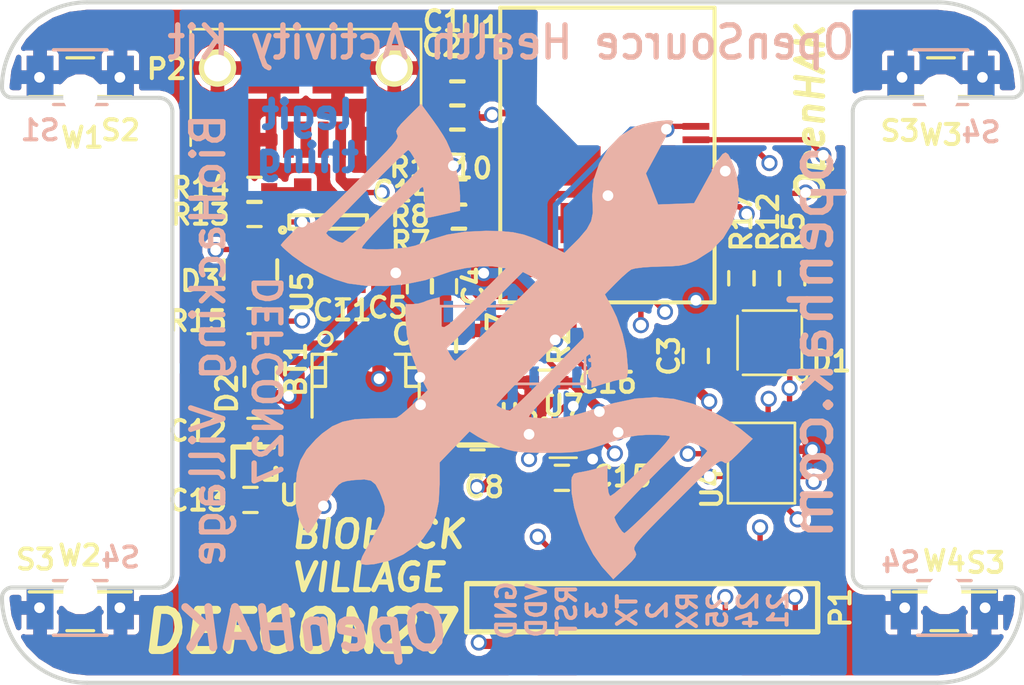
<source format=kicad_pcb>
(kicad_pcb (version 20171130) (host pcbnew "(5.0.1-3-g963ef8bb5)")
  (layers (0 F.Cu signal) (1 In1.Cu signal) (2 In2.Cu signal) (31 B.Cu signal) (34 B.Paste user) (35 F.Paste user) (36 B.SilkS user) (37 F.SilkS user) (38 B.Mask user) (39 F.Mask user) (44 Edge.Cuts user))
  (net 0 "")
  (net 1 GND)
  (net 2 VDD)
  (net 3 /SIM_RX)
  (net 4 /SIM_TX)
  (net 5 /SIM_RST)
  (net 6 "Net-(U1-Pad3)")
  (net 7 "Net-(U1-Pad5)")
  (net 8 "Net-(U1-Pad9)")
  (net 9 "Net-(U1-Pad10)")
  (net 10 "Net-(U1-Pad12)")
  (net 11 "Net-(U1-Pad13)")
  (net 12 "Net-(U1-Pad14)")
  (net 13 "Net-(U1-Pad15)")
  (net 14 "Net-(U1-Pad17)")
  (net 15 "Net-(U1-Pad20)")
  (net 16 "Net-(U1-Pad26)")
  (net 17 "Net-(U2-Pad8)")
  (net 18 "Net-(U2-Pad7)")
  (net 19 "Net-(U2-Pad6)")
  (net 20 "Net-(U2-Pad5)")
  (net 21 "Net-(U2-Pad1)")
  (net 22 "Net-(U2-Pad14)")
  (net 23 VPP)
  (net 24 /MAX_INT)
  (net 25 "Net-(U4-Pad11)")
  (net 26 "Net-(U4-Pad10)")
  (net 27 /BMI_INT2)
  (net 28 /BMI_INT1)
  (net 29 "Net-(U4-Pad3)")
  (net 30 "Net-(U4-Pad2)")
  (net 31 "Net-(U1-Pad29)")
  (net 32 "Net-(U1-Pad16)")
  (net 33 /B_LED)
  (net 34 /G_LED)
  (net 35 /R_LED)
  (net 36 "Net-(D1-Pad4)")
  (net 37 "Net-(D1-Pad2)")
  (net 38 "Net-(U1-Pad37)")
  (net 39 "Net-(D3-Pad3)")
  (net 40 "Net-(D3-Pad1)")
  (net 41 "Net-(P2-Pad2)")
  (net 42 "Net-(P2-Pad4)")
  (net 43 "Net-(P2-Pad3)")
  (net 44 "Net-(R13-Pad1)")
  (net 45 "Net-(R14-Pad1)")
  (net 46 +1V8)
  (net 47 "Net-(D1-Pad3)")
  (net 48 "Net-(D3-Pad4)")
  (net 49 /1V8_SCL)
  (net 50 /3V3_SCL)
  (net 51 /1V8_SDA)
  (net 52 /3V3_SDA)
  (net 53 /V_SENSE)
  (net 54 "Net-(U1-Pad11)")
  (net 55 "Net-(U1-Pad18)")
  (net 56 /PIN_3)
  (net 57 /PIN_2)
  (net 58 /PIN_25)
  (net 59 /V_BATT)
  (net 60 "Net-(C10-Pad1)")
  (net 61 /PIN_24)
  (net 62 /PIN_21)
  (net 63 "Net-(U1-Pad34)")
  (module Capacitors_SMD:C_0402 (layer F.Cu) (at 137.84088 98.29386 90)
    (fp_text reference C6 (at 0.4 -1.2 180) (layer F.SilkS) (effects (font (size 0.75 0.75))))
    (fp_text value 1uF)
    (pad 2 smd rect (at 0.55 0 90) (size 0.6 0.5) (layers F.Cu F.Paste F.Mask) (net 1 GND))
    (pad 1 smd rect (at -0.55 0 90) (size 0.6 0.5) (layers F.Cu F.Paste F.Mask) (net 46 +1V8))
  )
  (module Solutions:LGA_2.5x3 (layer F.Cu) (at 149.69088 102.69386 90)
    (fp_text reference U4 (at -0.95 -1.85 90) (layer F.SilkS) (effects (font (size 0.75 0.75))))
    (fp_text value BMI160)
    (pad 13 smd rect (at 0 -1.0125 90) (size 0.25 0.675) (layers F.Cu F.Paste F.Mask) (net 50 /3V3_SCL))
    (pad 1 smd rect (at -1.2625 -0.75 90) (size 0.675 0.25) (layers F.Cu F.Paste F.Mask) (net 1 GND))
    (pad 2 smd rect (at -1.2625 -0.25 90) (size 0.675 0.25) (layers F.Cu F.Paste F.Mask) (net 30 "Net-(U4-Pad2)"))
    (pad 3 smd rect (at -1.2625 0.25 90) (size 0.675 0.25) (layers F.Cu F.Paste F.Mask) (net 29 "Net-(U4-Pad3)"))
    (pad 4 smd rect (at -1.2625 0.75 90) (size 0.675 0.25) (layers F.Cu F.Paste F.Mask) (net 28 /BMI_INT1))
    (pad 8 smd rect (at 1.2625 0.75 90) (size 0.675 0.25) (layers F.Cu F.Paste F.Mask) (net 2 VDD))
    (pad 9 smd rect (at 1.2625 0.25 90) (size 0.675 0.25) (layers F.Cu F.Paste F.Mask) (net 27 /BMI_INT2))
    (pad 10 smd rect (at 1.2625 -0.25 90) (size 0.675 0.25) (layers F.Cu F.Paste F.Mask) (net 26 "Net-(U4-Pad10)"))
    (pad 11 smd rect (at 1.2625 -0.75 90) (size 0.675 0.25) (layers F.Cu F.Paste F.Mask) (net 25 "Net-(U4-Pad11)"))
    (pad 14 smd rect (at -0.5 -1.0125 90) (size 0.25 0.675) (layers F.Cu F.Paste F.Mask) (net 52 /3V3_SDA))
    (pad 12 smd rect (at 0.5 -1.0125 90) (size 0.25 0.675) (layers F.Cu F.Paste F.Mask) (net 2 VDD))
    (pad 7 smd rect (at 0.5 1.0125 90) (size 0.25 0.675) (layers F.Cu F.Paste F.Mask) (net 1 GND))
    (pad 6 smd rect (at 0 1.0125 90) (size 0.25 0.675) (layers F.Cu F.Paste F.Mask) (net 1 GND))
    (pad 5 smd rect (at -0.5 1.0125 90) (size 0.25 0.675) (layers F.Cu F.Paste F.Mask) (net 2 VDD))
  )
  (module Capacitors_SMD:C_0402 (layer F.Cu) (at 130.76588 101.49386 180)
    (fp_text reference C12 (at 2.125 0) (layer F.SilkS) (effects (font (size 0.75 0.75))))
    (fp_text value 1uF)
    (pad 2 smd rect (at 0.55 0 180) (size 0.6 0.5) (layers F.Cu F.Paste F.Mask) (net 23 VPP))
    (pad 1 smd rect (at -0.55 0 180) (size 0.6 0.5) (layers F.Cu F.Paste F.Mask) (net 1 GND))
  )
  (module "Solutions:MLF-4 1mm x 1mm" (layer F.Cu) (at 130.76588 102.69386 90)
    (fp_text reference U6 (at -1.2 1.675) (layer F.SilkS) (effects (font (size 0.75 0.75))))
    (fp_text value MIC5365-3.0YMT-TZ)
    (pad 1 smd custom (at -0.3125 0.65 90) (size 0.25 0.01) (layers F.Cu F.Paste F.Mask) (net 2 VDD) (options (clearance outline) (anchor rect)) (primitives (gr_poly (pts (xy 0.125 0) (xy 0.125 -0.22) (xy -0.09 -0.4) (xy -0.125 -0.4) (xy -0.125 0)) (width 0))))
    (pad 3 smd custom (at 0.3125 -0.65 270) (size 0.25 0.01) (layers F.Cu F.Paste F.Mask) (net 23 VPP) (options (clearance outline) (anchor rect)) (primitives (gr_poly (pts (xy 0.125 0) (xy 0.125 -0.22) (xy -0.09 -0.4) (xy -0.125 -0.4) (xy -0.125 0)) (width 0))))
    (pad 2 smd custom (at 0.3125 0.65 90) (size 0.25 0.01) (layers F.Cu F.Paste F.Mask) (net 1 GND) (options (clearance outline) (anchor rect)) (primitives (gr_poly (pts (xy 0.125 0) (xy 0.125 -0.4) (xy 0.09 -0.4) (xy -0.125 -0.22) (xy -0.125 0)) (width 0))))
    (pad 4 smd custom (at -0.3125 -0.65 270) (size 0.25 0.01) (layers F.Cu F.Paste F.Mask) (net 23 VPP) (options (clearance outline) (anchor rect)) (primitives (gr_poly (pts (xy 0.125 0) (xy 0.125 -0.4) (xy 0.09 -0.4) (xy -0.125 -0.22) (xy -0.125 0)) (width 0))))
    (pad 5 smd rect (at 0 0 135) (size 0.48 0.48) (layers F.Cu F.Paste F.Mask) (net 1 GND))
  )
  (module Solutions:X2SON8_1.4mm_x_1mm (layer F.Cu) (at 142.29088 101.79386 270)
    (fp_text reference U7 (at -1.25 0) (layer F.SilkS) (effects (font (size 0.75 0.75))))
    (fp_text value TXS0102DQER)
    (pad 8 smd rect (at -0.525 -0.335 270) (size 0.2 0.53) (layers F.Cu F.Mask) (net 2 VDD) (clearance 0.1))
    (pad 7 smd rect (at -0.175 -0.335 270) (size 0.2 0.53) (layers F.Cu F.Mask) (net 52 /3V3_SDA) (clearance 0.1))
    (pad 6 smd rect (at 0.175 -0.335 270) (size 0.2 0.53) (layers F.Cu F.Mask) (net 50 /3V3_SCL) (clearance 0.1))
    (pad 5 smd rect (at 0.525 -0.335 270) (size 0.2 0.53) (layers F.Cu F.Mask) (net 46 +1V8) (clearance 0.1))
    (pad 4 smd rect (at 0.525 0.335 270) (size 0.2 0.53) (layers F.Cu F.Mask) (net 1 GND) (clearance 0.1))
    (pad 3 smd rect (at 0.175 0.335 270) (size 0.2 0.53) (layers F.Cu F.Mask) (net 49 /1V8_SCL) (clearance 0.1))
    (pad 2 smd rect (at -0.175 0.335 270) (size 0.2 0.53) (layers F.Cu F.Mask) (net 51 /1V8_SDA) (clearance 0.1))
    (pad 1 smd rect (at -0.525 0.335 270) (size 0.2 0.53) (layers F.Cu F.Mask) (net 46 +1V8) (clearance 0.1))
  )
  (module Solutions:MAX30100 (layer B.Cu) (at 142.80388 99.33686 90)
    (fp_text reference U2 (at 0.343725 0.900669 270) (layer B.SilkS) (effects (font (size 0.75 0.75)) (justify mirror)))
    (fp_text value MAX30100)
    (pad 14 smd rect (at 2.15 0 90) (size 0.8 0.35) (drill (offset 0.15 0)) (layers B.Cu B.Paste B.Mask) (net 22 "Net-(U2-Pad14)"))
    (pad 13 smd rect (at 2.15 -0.8 90) (size 0.8 0.35) (drill (offset 0.15 0)) (layers B.Cu B.Paste B.Mask) (net 24 /MAX_INT))
    (pad 12 smd rect (at 2.15 -1.6 90) (size 0.8 0.35) (drill (offset 0.15 0)) (layers B.Cu B.Paste B.Mask) (net 1 GND))
    (pad 11 smd rect (at 2.15 -2.4 90) (size 0.8 0.35) (drill (offset 0.15 0)) (layers B.Cu B.Paste B.Mask) (net 46 +1V8))
    (pad 10 smd rect (at 2.15 -3.2 90) (size 0.8 0.35) (drill (offset 0.15 0)) (layers B.Cu B.Paste B.Mask) (net 23 VPP))
    (pad 9 smd rect (at 2.15 -4 90) (size 0.8 0.35) (drill (offset 0.15 0)) (layers B.Cu B.Paste B.Mask) (net 23 VPP))
    (pad 8 smd rect (at 2.15 -4.8 90) (size 0.8 0.35) (drill (offset 0.15 0)) (layers B.Cu B.Paste B.Mask) (net 17 "Net-(U2-Pad8)"))
    (pad 7 smd rect (at 0 -4.8 90) (size 0.8 0.35) (drill (offset -0.15 0)) (layers B.Cu B.Paste B.Mask) (net 18 "Net-(U2-Pad7)"))
    (pad 6 smd rect (at 0 -4 90) (size 0.8 0.35) (drill (offset -0.15 0)) (layers B.Cu B.Paste B.Mask) (net 19 "Net-(U2-Pad6)"))
    (pad 5 smd rect (at 0 -3.2 90) (size 0.8 0.35) (drill (offset -0.15 0)) (layers B.Cu B.Paste B.Mask) (net 20 "Net-(U2-Pad5)"))
    (pad 4 smd rect (at 0 -2.4 90) (size 0.8 0.35) (drill (offset -0.15 0)) (layers B.Cu B.Paste B.Mask) (net 1 GND))
    (pad 3 smd rect (at 0 -1.6 90) (size 0.8 0.35) (drill (offset -0.15 0)) (layers B.Cu B.Paste B.Mask) (net 51 /1V8_SDA))
    (pad 2 smd rect (at 0 -0.8 90) (size 0.8 0.35) (drill (offset -0.15 0)) (layers B.Cu B.Paste B.Mask) (net 49 /1V8_SCL))
    (pad 1 smd rect (at 0 0 90) (size 0.8 0.35) (drill (offset -0.15 0)) (layers B.Cu B.Paste B.Mask) (net 21 "Net-(U2-Pad1)"))
  )
  (module Capacitors_SMD:C_0402 (layer F.Cu) (at 138.74088 98.29386 270)
    (fp_text reference C7 (at -0.5 -1.1 270) (layer F.SilkS) (effects (font (size 0.75 0.75))))
    (fp_text value 0.1uF)
    (pad 1 smd rect (at -0.55 0 270) (size 0.6 0.5) (layers F.Cu F.Paste F.Mask) (net 1 GND))
    (pad 2 smd rect (at 0.55 0 270) (size 0.6 0.5) (layers F.Cu F.Paste F.Mask) (net 46 +1V8))
  )
  (module Capacitors_SMD:C_0402 (layer F.Cu) (at 139.09088 102.66886)
    (fp_text reference C8 (at 0.25 0.925 180) (layer F.SilkS) (effects (font (size 0.75 0.75))))
    (fp_text value 1uF)
    (pad 2 smd rect (at 0.55 0) (size 0.6 0.5) (layers F.Cu F.Paste F.Mask) (net 2 VDD))
    (pad 1 smd rect (at -0.55 0) (size 0.6 0.5) (layers F.Cu F.Paste F.Mask) (net 1 GND))
  )
  (module Solutions:RFD77101 (layer F.Cu) (at 143.94088 91.19386)
    (fp_text reference U1 (at -4.75 -4.775) (layer F.SilkS) (effects (font (size 0.75 0.75))))
    (fp_text value rfd_77101)
    (pad 42 smd rect (at -0.76 -0.08) (size 1.01 0.49) (layers F.Cu F.Paste F.Mask) (net 1 GND))
    (pad 42 smd trapezoid (at -1.28 -0.09) (size 0.48 0.47) (rect_delta 0 0.47) (layers F.Cu F.Paste F.Mask) (net 1 GND))
    (pad 45 smd rect (at 1 0.42) (size 1.5 1.5) (layers F.Cu F.Paste F.Mask) (net 1 GND))
    (pad 44 smd rect (at 1 2.54) (size 1.5 1.5) (layers F.Cu F.Paste F.Mask) (net 1 GND))
    (pad 43 smd rect (at -1 2.54) (size 1.5 1.5) (layers F.Cu F.Paste F.Mask) (net 1 GND))
    (pad 42 smd rect (at -1 0.635) (size 1.5 1.01) (layers F.Cu F.Paste F.Mask) (net 1 GND))
    (pad 41 smd rect (at 3.305 -1.07) (size 1 0.254) (layers F.Cu F.Paste F.Mask) (net 24 /MAX_INT))
    (pad 40 smd rect (at 3.305 -0.57) (size 1 0.254) (layers F.Cu F.Paste F.Mask) (net 28 /BMI_INT1))
    (pad 39 smd rect (at 3.305 -0.07) (size 1 0.254) (layers F.Cu F.Paste F.Mask) (net 27 /BMI_INT2))
    (pad 38 smd rect (at 3.305 0.43) (size 1 0.254) (layers F.Cu F.Paste F.Mask) (net 58 /PIN_25))
    (pad 37 smd rect (at 3.305 0.93) (size 1 0.254) (layers F.Cu F.Paste F.Mask) (net 38 "Net-(U1-Pad37)"))
    (pad 36 smd rect (at 3.305 1.43) (size 1 0.254) (layers F.Cu F.Paste F.Mask) (net 62 /PIN_21))
    (pad 35 smd rect (at 3.305 1.93) (size 1 0.254) (layers F.Cu F.Paste F.Mask) (net 61 /PIN_24))
    (pad 34 smd rect (at 3.305 2.43) (size 1 0.254) (layers F.Cu F.Paste F.Mask) (net 63 "Net-(U1-Pad34)"))
    (pad 33 smd rect (at 3.305 2.93) (size 1 0.254) (layers F.Cu F.Paste F.Mask) (net 35 /R_LED))
    (pad 32 smd rect (at 3.305 3.43) (size 1 0.254) (layers F.Cu F.Paste F.Mask) (net 34 /G_LED))
    (pad 31 smd rect (at 3.305 3.93) (size 1 0.254) (layers F.Cu F.Paste F.Mask) (net 33 /B_LED))
    (pad 30 smd rect (at 3.305 4.43) (size 1 0.254) (layers F.Cu F.Paste F.Mask) (net 1 GND))
    (pad 29 smd rect (at 2.25 4.72) (size 0.254 1) (layers F.Cu F.Paste F.Mask) (net 31 "Net-(U1-Pad29)"))
    (pad 28 smd rect (at 1.75 4.72) (size 0.254 1) (layers F.Cu F.Paste F.Mask) (net 50 /3V3_SCL))
    (pad 27 smd rect (at 1.25 4.72) (size 0.254 1) (layers F.Cu F.Paste F.Mask) (net 52 /3V3_SDA))
    (pad 26 smd rect (at 0.75 4.72) (size 0.254 1) (layers F.Cu F.Paste F.Mask) (net 16 "Net-(U1-Pad26)"))
    (pad 25 smd rect (at 0.25 4.72) (size 0.254 1) (layers F.Cu F.Paste F.Mask) (net 3 /SIM_RX))
    (pad 24 smd rect (at -0.25 4.72) (size 0.254 1) (layers F.Cu F.Paste F.Mask) (net 57 /PIN_2))
    (pad 23 smd rect (at -0.75 4.72) (size 0.254 1) (layers F.Cu F.Paste F.Mask) (net 4 /SIM_TX))
    (pad 22 smd rect (at -1.25 4.72) (size 0.254 1) (layers F.Cu F.Paste F.Mask) (net 56 /PIN_3))
    (pad 21 smd rect (at -1.75 4.72) (size 0.254 1) (layers F.Cu F.Paste F.Mask) (net 53 /V_SENSE))
    (pad 20 smd rect (at -2.25 4.72) (size 0.254 1) (layers F.Cu F.Paste F.Mask) (net 15 "Net-(U1-Pad20)"))
    (pad 19 smd rect (at -3.305 4.43) (size 1 0.254) (layers F.Cu F.Paste F.Mask) (net 1 GND))
    (pad 18 smd rect (at -3.305 3.93) (size 1 0.254) (layers F.Cu F.Paste F.Mask) (net 55 "Net-(U1-Pad18)"))
    (pad 17 smd rect (at -3.305 3.43) (size 1 0.254) (layers F.Cu F.Paste F.Mask) (net 14 "Net-(U1-Pad17)"))
    (pad 16 smd rect (at -3.305 2.93) (size 1 0.254) (layers F.Cu F.Paste F.Mask) (net 32 "Net-(U1-Pad16)"))
    (pad 15 smd rect (at -3.305 2.43) (size 1 0.254) (layers F.Cu F.Paste F.Mask) (net 13 "Net-(U1-Pad15)"))
    (pad 14 smd rect (at -3.305 1.93) (size 1 0.254) (layers F.Cu F.Paste F.Mask) (net 12 "Net-(U1-Pad14)"))
    (pad 13 smd rect (at -3.305 1.43) (size 1 0.254) (layers F.Cu F.Paste F.Mask) (net 11 "Net-(U1-Pad13)"))
    (pad 12 smd rect (at -3.305 0.93) (size 1 0.254) (layers F.Cu F.Paste F.Mask) (net 10 "Net-(U1-Pad12)"))
    (pad 11 smd rect (at -3.305 0.43) (size 1 0.254) (layers F.Cu F.Paste F.Mask) (net 54 "Net-(U1-Pad11)"))
    (pad 10 smd rect (at -3.305 -0.07) (size 1 0.254) (layers F.Cu F.Paste F.Mask) (net 9 "Net-(U1-Pad10)"))
    (pad 9 smd rect (at -3.305 -0.57) (size 1 0.254) (layers F.Cu F.Paste F.Mask) (net 8 "Net-(U1-Pad9)"))
    (pad 8 smd rect (at -3.305 -1.07) (size 1 0.254) (layers F.Cu F.Paste F.Mask) (net 5 /SIM_RST))
    (pad 7 smd rect (at -3.305 -1.57) (size 1 0.254) (layers F.Cu F.Paste F.Mask) (net 2 VDD))
    (pad 6 smd rect (at -3.305 -2.07) (size 1 0.254) (layers F.Cu F.Paste F.Mask) (net 1 GND))
    (pad 5 smd rect (at -3.305 -2.57) (size 1 0.254) (layers F.Cu F.Paste F.Mask) (net 7 "Net-(U1-Pad5)"))
    (pad 4 smd rect (at -3.305 -3.07) (size 1 0.254) (layers F.Cu F.Paste F.Mask) (net 1 GND))
    (pad 3 smd rect (at -3.305 -3.57) (size 1 0.254) (layers F.Cu F.Paste F.Mask) (net 6 "Net-(U1-Pad3)"))
    (pad 2 smd rect (at -3.305 -4.07) (size 1 0.254) (layers F.Cu F.Paste F.Mask) (net 1 GND))
    (pad 1 smd rect (at -3.305 -4.57) (size 1 0.254) (layers F.Cu F.Paste F.Mask) (net 1 GND))
  )
  (module Capacitors_SMD:C_1206 (layer F.Cu) (at 156.39288 88.28786)
    (fp_text reference S3 (at -1.527 2.006) (layer F.SilkS) (effects (font (size 0.75 0.75))))
    (fp_text value C_1206)
    (pad 1 smd rect (at -1.5 0) (size 1 1.6) (layers F.Cu F.Paste F.Mask) (net 1 GND))
    (pad 2 smd rect (at 1.5 0) (size 1 1.6) (layers F.Cu F.Paste F.Mask) (net 1 GND))
  )
  (module Capacitors_SMD:C_1206 (layer B.Cu) (at 156.39288 88.28786)
    (fp_text reference S4 (at 1.498 2.056) (layer B.SilkS) (effects (font (size 0.75 0.75)) (justify mirror)))
    (fp_text value C_1206)
    (pad 1 smd rect (at -1.5 0) (size 1 1.6) (layers B.Cu B.Paste B.Mask) (net 1 GND))
    (pad 2 smd rect (at 1.5 0) (size 1 1.6) (layers B.Cu B.Paste B.Mask) (net 1 GND))
  )
  (module Capacitors_SMD:C_1206 (layer B.Cu) (at 156.51988 108.09986)
    (fp_text reference S4 (at -1.629 -1.706) (layer B.SilkS) (effects (font (size 0.75 0.75)) (justify mirror)))
    (fp_text value C_1206)
    (pad 1 smd rect (at -1.5 0) (size 1 1.6) (layers B.Cu B.Paste B.Mask) (net 1 GND))
    (pad 2 smd rect (at 1.5 0) (size 1 1.6) (layers B.Cu B.Paste B.Mask) (net 1 GND))
  )
  (module Capacitors_SMD:C_1206 (layer F.Cu) (at 156.51988 108.09986)
    (fp_text reference S3 (at 1.546 -1.681) (layer F.SilkS) (effects (font (size 0.75 0.75))))
    (fp_text value C_1206)
    (pad 1 smd rect (at -1.5 0) (size 1 1.6) (layers F.Cu F.Paste F.Mask) (net 1 GND))
    (pad 2 smd rect (at 1.5 0) (size 1 1.6) (layers F.Cu F.Paste F.Mask) (net 1 GND))
  )
  (module Capacitors_SMD:C_1206 (layer F.Cu) (at 124.26188 108.09986)
    (fp_text reference S3 (at -1.671 -1.806) (layer F.SilkS) (effects (font (size 0.75 0.75))))
    (fp_text value C_1206)
    (pad 1 smd rect (at -1.5 0) (size 1 1.6) (layers F.Cu F.Paste F.Mask) (net 1 GND))
    (pad 2 smd rect (at 1.5 0) (size 1 1.6) (layers F.Cu F.Paste F.Mask) (net 1 GND))
  )
  (module Capacitors_SMD:C_1206 (layer B.Cu) (at 124.26188 108.09986)
    (fp_text reference S4 (at 1.504 -1.881) (layer B.SilkS) (effects (font (size 0.75 0.75)) (justify mirror)))
    (fp_text value C_1206)
    (pad 1 smd rect (at -1.5 0) (size 1 1.6) (layers B.Cu B.Paste B.Mask) (net 1 GND))
    (pad 2 smd rect (at 1.5 0) (size 1 1.6) (layers B.Cu B.Paste B.Mask) (net 1 GND))
  )
  (module Capacitors_SMD:C_1206 (layer B.Cu) (at 124.26188 88.28786)
    (fp_text reference S1 (at -1.496 1.981) (layer B.SilkS) (effects (font (size 0.75 0.75)) (justify mirror)))
    (fp_text value C_1206)
    (pad 1 smd rect (at -1.5 0) (size 1 1.6) (layers B.Cu B.Paste B.Mask) (net 1 GND))
    (pad 2 smd rect (at 1.5 0) (size 1 1.6) (layers B.Cu B.Paste B.Mask) (net 1 GND))
  )
  (module Capacitors_SMD:C_0603 (layer F.Cu) (at 130.99088 99.46886 90)
    (fp_text reference D2 (at -0.625 -1.25 90) (layer F.SilkS) (effects (font (size 0.75 0.75))))
    (fp_text value D_Schottky)
    (pad 1 smd rect (at -0.75 0 90) (size 0.8 0.75) (layers F.Cu F.Paste F.Mask) (net 23 VPP))
    (pad 2 smd rect (at 0.75 0 90) (size 0.8 0.75) (layers F.Cu F.Paste F.Mask) (net 59 /V_BATT))
  )
  (module Solutions:0606_Bi-Color (layer F.Cu) (at 130.59088 95.46886 270)
    (fp_text reference D3 (at 0.425 1.85) (layer F.SilkS) (effects (font (size 0.75 0.75))))
    (fp_text value 18-225SURSYGC/S530-A4/E4/TR8)
    (pad 4 smd rect (at 0.75 0.425 270) (size 0.8 0.65) (layers F.Cu F.Paste F.Mask) (net 48 "Net-(D3-Pad4)"))
    (pad 3 smd rect (at -0.75 0.425 270) (size 0.8 0.65) (layers F.Cu F.Paste F.Mask) (net 39 "Net-(D3-Pad3)"))
    (pad 1 smd rect (at -0.75 -0.425 270) (size 0.8 0.65) (layers F.Cu F.Paste F.Mask) (net 40 "Net-(D3-Pad1)"))
    (pad 2 smd rect (at 0.75 -0.425 270) (size 0.8 0.65) (layers F.Cu F.Paste F.Mask) (net 1 GND))
  )
  (module TO_SOT_Packages_SMD:SOT-23-5 (layer F.Cu) (at 133.51588 93.69386 90)
    (fp_text reference U5 (at -2.61 -0.97 90) (layer F.SilkS) (effects (font (size 0.75 0.75))))
    (fp_text value MCP73831T-2ATI/OT)
    (pad 1 smd rect (at -1.1 -0.95 90) (size 1.06 0.65) (layers F.Cu F.Paste F.Mask) (net 44 "Net-(R13-Pad1)"))
    (pad 2 smd rect (at -1.1 0 90) (size 1.06 0.65) (layers F.Cu F.Paste F.Mask) (net 1 GND))
    (pad 3 smd rect (at -1.1 0.95 90) (size 1.06 0.65) (layers F.Cu F.Paste F.Mask) (net 59 /V_BATT))
    (pad 4 smd rect (at 1.1 0.95 90) (size 1.06 0.65) (layers F.Cu F.Paste F.Mask) (net 39 "Net-(D3-Pad3)"))
    (pad 5 smd rect (at 1.1 -0.95 90) (size 1.06 0.65) (layers F.Cu F.Paste F.Mask) (net 45 "Net-(R14-Pad1)"))
  )
  (module Solutions:10118193_microUSB (layer F.Cu) (at 132.68422 87.945647 180)
    (fp_text reference P2 (at 5.19654 -0.037413 180) (layer F.SilkS) (effects (font (size 0.75 0.75))))
    (fp_text value USB_OTG)
    (pad 10 thru_hole oval (at -3.3 0 180) (size 1.4 1.4) (drill 1) (layers *.Cu *.Mask F.SilkS) (net 1 GND))
    (pad 9 smd rect (at 1.2 0 180) (size 1.9 1.9) (layers F.Cu F.Paste F.Mask) (net 1 GND))
    (pad 7 smd rect (at 3.2 -2.45 180) (size 1.6 1.4) (layers F.Cu F.Paste F.Mask) (net 1 GND))
    (pad 1 smd rect (at -1.3 -2.675 180) (size 0.4 1.35) (layers F.Cu F.Paste F.Mask) (net 39 "Net-(D3-Pad3)"))
    (pad 2 smd rect (at -0.65 -2.675 180) (size 0.4 1.35) (layers F.Cu F.Paste F.Mask) (net 41 "Net-(P2-Pad2)"))
    (pad 5 smd rect (at 1.3 -2.675 180) (size 0.4 1.35) (layers F.Cu F.Paste F.Mask) (net 1 GND))
    (pad 4 smd rect (at 0.65 -2.675 180) (size 0.4 1.35) (layers F.Cu F.Paste F.Mask) (net 42 "Net-(P2-Pad4)"))
    (pad 3 smd rect (at 0 -2.675 180) (size 0.4 1.35) (layers F.Cu F.Paste F.Mask) (net 43 "Net-(P2-Pad3)"))
    (pad 6 smd rect (at -3.2 -2.45 180) (size 1.6 1.4) (layers F.Cu F.Paste F.Mask) (net 1 GND))
    (pad 8 smd rect (at -1.2 0 180) (size 1.9 1.9) (layers F.Cu F.Paste F.Mask) (net 1 GND))
    (pad 11 thru_hole oval (at 3.3 0 180) (size 1.4 1.4) (drill 1) (layers *.Cu *.Mask F.SilkS) (net 1 GND))
  )
  (module Solutions:CLMVB-FKA-CFHEHLCBB7a363 (layer F.Cu) (at 150 98.2 270)
    (fp_text reference D1 (at 0.7 -2.3 180) (layer F.SilkS) (effects (font (size 0.75 0.75))))
    (fp_text value ASMB-KTF0-0A306)
    (pad 1 smd rect (at 0.55 -0.75 270) (size 0.8 1) (layers F.Cu F.Paste F.Mask) (net 2 VDD))
    (pad 2 smd rect (at 0.55 0.75 270) (size 0.8 1) (layers F.Cu F.Paste F.Mask) (net 37 "Net-(D1-Pad2)"))
    (pad 3 smd rect (at -0.55 0.75 270) (size 0.8 1) (layers F.Cu F.Paste F.Mask) (net 47 "Net-(D1-Pad3)"))
    (pad 4 smd rect (at -0.55 -0.75 270) (size 0.8 1) (layers F.Cu F.Paste F.Mask) (net 36 "Net-(D1-Pad4)"))
  )
  (module Capacitors_SMD:C_1206 (layer F.Cu) (at 124.26188 88.28786)
    (fp_text reference S2 (at 1.504 1.981) (layer F.SilkS) (effects (font (size 0.75 0.75))))
    (fp_text value C_1206)
    (pad 1 smd rect (at -1.5 0) (size 1 1.6) (layers F.Cu F.Paste F.Mask) (net 1 GND))
    (pad 2 smd rect (at 1.5 0) (size 1 1.6) (layers F.Cu F.Paste F.Mask) (net 1 GND))
  )
  (module Solutions:Watch_Pin_50mil (layer F.Cu) (at 156.39288 88.41486)
    (fp_text reference W3 (at -0.002 2.029) (layer F.SilkS) (effects (font (size 0.75 0.75))))
    (fp_text value Watch_Pin_50mil)
    (pad "" np_thru_hole circle (at 0 0.6) (size 1.27 1.27) (drill 1.27) (layers *.Cu))
  )
  (module Solutions:Watch_Pin_50mil (layer F.Cu) (at 156.51988 108.09986 180)
    (fp_text reference W4 (at 0 1.756 180) (layer F.SilkS) (effects (font (size 0.75 0.75))))
    (fp_text value Watch_Pin_50mil)
    (pad "" np_thru_hole circle (at 0 0.6 180) (size 1.27 1.27) (drill 1.27) (layers *.Cu))
  )
  (module Solutions:Watch_Pin_50mil (layer F.Cu) (at 124.26188 108.09986 180)
    (fp_text reference W2 (at 0.021 1.956 180) (layer F.SilkS) (effects (font (size 0.75 0.75))))
    (fp_text value Watch_Pin_50mil)
    (pad "" np_thru_hole circle (at 0 0.6 180) (size 1.27 1.27) (drill 1.27) (layers *.Cu))
  )
  (module Solutions:Watch_Pin_50mil (layer F.Cu) (at 124.26188 88.41486)
    (fp_text reference W1 (at 0.079 2.129) (layer F.SilkS) (effects (font (size 0.75 0.75))))
    (fp_text value Watch_Pin_50mil)
    (pad "" np_thru_hole circle (at 0 0.6) (size 1.27 1.27) (drill 1.27) (layers *.Cu))
  )
  (module Connectors_JST:JST_SH_SM02B-SRSS-TB_02x1.00mm_Angled (layer F.Cu) (at 134.91588 100.24386)
    (fp_text reference BT1 (at -2.6 -1.05 90) (layer F.SilkS) (effects (font (size 0.75 0.75))))
    (fp_text value Battery)
    (pad 1 smd rect (at -0.5 -1.9375) (size 0.6 1.55) (layers F.Cu F.Paste F.Mask) (net 59 /V_BATT))
    (pad 2 smd rect (at 0.5 -1.9375) (size 0.6 1.55) (layers F.Cu F.Paste F.Mask) (net 1 GND))
    (pad "" smd rect (at -1.8 1.9375) (size 1.2 1.8) (layers F.Cu F.Paste F.Mask) (net 1 GND))
    (pad "" smd rect (at 1.8 1.9375) (size 1.2 1.8) (layers F.Cu F.Paste F.Mask) (net 1 GND))
  )
  (module Capacitors_SMD:C_0402 (layer F.Cu) (at 138.34088 87.99386)
    (fp_text reference C1 (at -0.55 -1.8) (layer F.SilkS) (effects (font (size 0.75 0.75))))
    (fp_text value 0.1uF)
    (pad 2 smd rect (at 0.55 0) (size 0.6 0.5) (layers F.Cu F.Paste F.Mask) (net 2 VDD))
    (pad 1 smd rect (at -0.55 0) (size 0.6 0.5) (layers F.Cu F.Paste F.Mask) (net 1 GND))
  )
  (module Capacitors_SMD:C_0402 (layer F.Cu) (at 138.34088 88.89386)
    (fp_text reference C2 (at -0.575 -1.775) (layer F.SilkS) (effects (font (size 0.75 0.75))))
    (fp_text value 1uF)
    (pad 1 smd rect (at -0.55 0) (size 0.6 0.5) (layers F.Cu F.Paste F.Mask) (net 1 GND))
    (pad 2 smd rect (at 0.55 0) (size 0.6 0.5) (layers F.Cu F.Paste F.Mask) (net 2 VDD))
  )
  (module Capacitors_SMD:C_0402 (layer F.Cu) (at 147.24088 98.69386 270)
    (fp_text reference C3 (at 0 1 270) (layer F.SilkS) (effects (font (size 0.75 0.75))))
    (fp_text value 10uF)
    (pad 2 smd rect (at 0.55 0 270) (size 0.6 0.5) (layers F.Cu F.Paste F.Mask) (net 2 VDD))
    (pad 1 smd rect (at -0.55 0 270) (size 0.6 0.5) (layers F.Cu F.Paste F.Mask) (net 1 GND))
  )
  (module Capacitors_SMD:C_0402 (layer F.Cu) (at 137.84088 96.09386 270)
    (fp_text reference C4 (at 0 -1.1 270) (layer F.SilkS) (effects (font (size 0.75 0.75))))
    (fp_text value 1uF)
    (pad 2 smd rect (at 0.55 0 270) (size 0.6 0.5) (layers F.Cu F.Paste F.Mask) (net 1 GND))
    (pad 1 smd rect (at -0.55 0 270) (size 0.6 0.5) (layers F.Cu F.Paste F.Mask) (net 23 VPP))
  )
  (module Capacitors_SMD:C_0402 (layer F.Cu) (at 136.94088 96.09386 270)
    (fp_text reference C5 (at 0.8 1.2) (layer F.SilkS) (effects (font (size 0.75 0.75))))
    (fp_text value 10uF)
    (pad 1 smd rect (at -0.55 0 270) (size 0.6 0.5) (layers F.Cu F.Paste F.Mask) (net 23 VPP))
    (pad 2 smd rect (at 0.55 0 270) (size 0.6 0.5) (layers F.Cu F.Paste F.Mask) (net 1 GND))
  )
  (module Capacitors_SMD:C_0402 (layer F.Cu) (at 139.09088 100.16886 180)
    (fp_text reference C9 (at -0.75 1.075 180) (layer F.SilkS) (effects (font (size 0.75 0.75))))
    (fp_text value 1uF)
    (pad 1 smd rect (at -0.55 0 180) (size 0.6 0.5) (layers F.Cu F.Paste F.Mask) (net 1 GND))
    (pad 2 smd rect (at 0.55 0 180) (size 0.6 0.5) (layers F.Cu F.Paste F.Mask) (net 46 +1V8))
  )
  (module Capacitors_SMD:C_0402 (layer F.Cu) (at 138.34088 90.69386)
    (fp_text reference C10 (at 0.2 1) (layer F.SilkS) (effects (font (size 0.75 0.75))))
    (fp_text value 0.1uF)
    (pad 2 smd rect (at 0.55 0) (size 0.6 0.5) (layers F.Cu F.Paste F.Mask) (net 5 /SIM_RST))
    (pad 1 smd rect (at -0.55 0) (size 0.6 0.5) (layers F.Cu F.Paste F.Mask) (net 60 "Net-(C10-Pad1)"))
  )
  (module Capacitors_SMD:C_0402 (layer F.Cu) (at 134.06588 96.09386)
    (fp_text reference C11 (at -0.025 0.9) (layer F.SilkS) (effects (font (size 0.75 0.75))))
    (fp_text value 10uF)
    (pad 1 smd rect (at -0.55 0) (size 0.6 0.5) (layers F.Cu F.Paste F.Mask) (net 1 GND))
    (pad 2 smd rect (at 0.55 0) (size 0.6 0.5) (layers F.Cu F.Paste F.Mask) (net 59 /V_BATT))
  )
  (module Capacitors_SMD:C_0402 (layer F.Cu) (at 130.61588 104.06886)
    (fp_text reference C13 (at -1.975 0.025) (layer F.SilkS) (effects (font (size 0.75 0.75))))
    (fp_text value 1uF)
    (pad 1 smd rect (at -0.55 0) (size 0.6 0.5) (layers F.Cu F.Paste F.Mask) (net 1 GND))
    (pad 2 smd rect (at 0.55 0) (size 0.6 0.5) (layers F.Cu F.Paste F.Mask) (net 2 VDD))
  )
  (module Capacitors_SMD:C_0402 (layer F.Cu) (at 138.41088 92.59386)
    (fp_text reference C14 (at -2.13 -0.04) (layer F.SilkS) (effects (font (size 0.75 0.75))))
    (fp_text value 1uF)
    (pad 1 smd rect (at -0.55 0) (size 0.6 0.5) (layers F.Cu F.Paste F.Mask) (net 1 GND))
    (pad 2 smd rect (at 0.55 0) (size 0.6 0.5) (layers F.Cu F.Paste F.Mask) (net 53 /V_SENSE))
  )
  (module Capacitors_SMD:C_0402 (layer F.Cu) (at 142.24088 103.24386)
    (fp_text reference C15 (at 2.25 -0.05) (layer F.SilkS) (effects (font (size 0.75 0.75))))
    (fp_text value 0.1uF)
    (pad 1 smd rect (at -0.55 0) (size 0.6 0.5) (layers F.Cu F.Paste F.Mask) (net 1 GND))
    (pad 2 smd rect (at 0.55 0) (size 0.6 0.5) (layers F.Cu F.Paste F.Mask) (net 46 +1V8))
  )
  (module Capacitors_SMD:C_0402 (layer F.Cu) (at 141.64088 99.69386)
    (fp_text reference C16 (at 2.3 0) (layer F.SilkS) (effects (font (size 0.75 0.75))))
    (fp_text value 0.1uF)
    (pad 2 smd rect (at 0.55 0) (size 0.6 0.5) (layers F.Cu F.Paste F.Mask) (net 2 VDD))
    (pad 1 smd rect (at -0.55 0) (size 0.6 0.5) (layers F.Cu F.Paste F.Mask) (net 1 GND))
  )
  (module Capacitors_SMD:C_0402 (layer F.Cu) (at 138.34088 89.79386 180)
    (fp_text reference R1 (at 1.8 -1.85 180) (layer F.SilkS) (effects (font (size 0.75 0.75))))
    (fp_text value 10K)
    (pad 2 smd rect (at 0.55 0 180) (size 0.6 0.5) (layers F.Cu F.Paste F.Mask) (net 5 /SIM_RST))
    (pad 1 smd rect (at -0.55 0 180) (size 0.6 0.5) (layers F.Cu F.Paste F.Mask) (net 2 VDD))
  )
  (module Capacitors_SMD:C_0402 (layer F.Cu) (at 140.99088 98.19386 90)
    (fp_text reference R2 (at -0.1 1.15 90) (layer F.SilkS) (effects (font (size 0.75 0.75))))
    (fp_text value 4K7)
    (pad 1 smd rect (at -0.55 0 90) (size 0.6 0.5) (layers F.Cu F.Paste F.Mask) (net 2 VDD))
    (pad 2 smd rect (at 0.55 0 90) (size 0.6 0.5) (layers F.Cu F.Paste F.Mask) (net 24 /MAX_INT))
  )
  (module Capacitors_SMD:C_0402 (layer F.Cu) (at 150.84088 95.79386 90)
    (fp_text reference R5 (at 1.75 0.05 90) (layer F.SilkS) (effects (font (size 0.75 0.75))))
    (fp_text value 100R)
    (pad 1 smd rect (at -0.55 0 90) (size 0.6 0.5) (layers F.Cu F.Paste F.Mask) (net 36 "Net-(D1-Pad4)"))
    (pad 2 smd rect (at 0.55 0 90) (size 0.6 0.5) (layers F.Cu F.Paste F.Mask) (net 35 /R_LED))
  )
  (module Capacitors_SMD:C_0402 (layer F.Cu) (at 138.40088 94.39386 180)
    (fp_text reference R7 (at 1.8068 -0.0452 180) (layer F.SilkS) (effects (font (size 0.75 0.75))))
    (fp_text value 1M)
    (pad 2 smd rect (at 0.55 0 180) (size 0.6 0.5) (layers F.Cu F.Paste F.Mask) (net 59 /V_BATT))
    (pad 1 smd rect (at -0.55 0 180) (size 0.6 0.5) (layers F.Cu F.Paste F.Mask) (net 53 /V_SENSE))
  )
  (module Capacitors_SMD:C_0402 (layer F.Cu) (at 138.39088 93.49386)
    (fp_text reference R8 (at -1.82 -0.01) (layer F.SilkS) (effects (font (size 0.75 0.75))))
    (fp_text value 1M)
    (pad 1 smd rect (at -0.55 0) (size 0.6 0.5) (layers F.Cu F.Paste F.Mask) (net 1 GND))
    (pad 2 smd rect (at 0.55 0) (size 0.6 0.5) (layers F.Cu F.Paste F.Mask) (net 53 /V_SENSE))
  )
  (module Capacitors_SMD:C_0402 (layer F.Cu) (at 149.89088 95.79386 90)
    (fp_text reference R12 (at 2.1 0.05 90) (layer F.SilkS) (effects (font (size 0.75 0.75))))
    (fp_text value 100R)
    (pad 2 smd rect (at 0.55 0 90) (size 0.6 0.5) (layers F.Cu F.Paste F.Mask) (net 34 /G_LED))
    (pad 1 smd rect (at -0.55 0 90) (size 0.6 0.5) (layers F.Cu F.Paste F.Mask) (net 47 "Net-(D1-Pad3)"))
  )
  (module Capacitors_SMD:C_0402 (layer F.Cu) (at 130.76588 93.39386 180)
    (fp_text reference R13 (at 2.025 -0.025) (layer F.SilkS) (effects (font (size 0.75 0.75))))
    (fp_text value 470)
    (pad 2 smd rect (at 0.55 0 180) (size 0.6 0.5) (layers F.Cu F.Paste F.Mask) (net 40 "Net-(D3-Pad1)"))
    (pad 1 smd rect (at -0.55 0 180) (size 0.6 0.5) (layers F.Cu F.Paste F.Mask) (net 44 "Net-(R13-Pad1)"))
  )
  (module Capacitors_SMD:C_0402 (layer F.Cu) (at 130.76588 92.49386 180)
    (fp_text reference R14 (at 2.025 0.075 180) (layer F.SilkS) (effects (font (size 0.75 0.75))))
    (fp_text value 10K)
    (pad 2 smd rect (at 0.55 0 180) (size 0.6 0.5) (layers F.Cu F.Paste F.Mask) (net 1 GND))
    (pad 1 smd rect (at -0.55 0 180) (size 0.6 0.5) (layers F.Cu F.Paste F.Mask) (net 45 "Net-(R14-Pad1)"))
  )
  (module Capacitors_SMD:C_0402 (layer F.Cu) (at 130.76588 97.39386 180)
    (fp_text reference R15 (at 2.125 0) (layer F.SilkS) (effects (font (size 0.75 0.75))))
    (fp_text value 470)
    (pad 1 smd rect (at -0.55 0 180) (size 0.6 0.5) (layers F.Cu F.Paste F.Mask) (net 44 "Net-(R13-Pad1)"))
    (pad 2 smd rect (at 0.55 0 180) (size 0.6 0.5) (layers F.Cu F.Paste F.Mask) (net 48 "Net-(D3-Pad4)"))
  )
  (module Capacitors_SMD:C_0402 (layer F.Cu) (at 148.94088 95.79386 90)
    (fp_text reference R17 (at 2.1 0 90) (layer F.SilkS) (effects (font (size 0.75 0.75))))
    (fp_text value 100R)
    (pad 1 smd rect (at -0.55 0 90) (size 0.6 0.5) (layers F.Cu F.Paste F.Mask) (net 37 "Net-(D1-Pad2)"))
    (pad 2 smd rect (at 0.55 0 90) (size 0.6 0.5) (layers F.Cu F.Paste F.Mask) (net 33 /B_LED))
  )
  (module "Solutions:MLF-4 1mm x 1mm" (layer F.Cu) (at 139.09088 101.418861 270)
    (fp_text reference U3 (at -0.525001 -1.55) (layer F.SilkS) (effects (font (size 0.75 0.75))))
    (fp_text value MIC5365-1.8YMT-TZ)
    (pad 5 smd rect (at 0 0 315) (size 0.48 0.48) (layers F.Cu F.Paste F.Mask) (net 1 GND))
    (pad 4 smd custom (at -0.3125 -0.65 90) (size 0.25 0.01) (layers F.Cu F.Paste F.Mask) (net 2 VDD) (options (clearance outline) (anchor rect)) (primitives (gr_poly (pts (xy 0.125 0) (xy 0.125 -0.4) (xy 0.09 -0.4) (xy -0.125 -0.22) (xy -0.125 0)) (width 0))))
    (pad 2 smd custom (at 0.3125 0.65 270) (size 0.25 0.01) (layers F.Cu F.Paste F.Mask) (net 1 GND) (options (clearance outline) (anchor rect)) (primitives (gr_poly (pts (xy 0.125 0) (xy 0.125 -0.4) (xy 0.09 -0.4) (xy -0.125 -0.22) (xy -0.125 0)) (width 0))))
    (pad 3 smd custom (at 0.3125 -0.65 90) (size 0.25 0.01) (layers F.Cu F.Paste F.Mask) (net 2 VDD) (options (clearance outline) (anchor rect)) (primitives (gr_poly (pts (xy 0.125 0) (xy 0.125 -0.22) (xy -0.09 -0.4) (xy -0.125 -0.4) (xy -0.125 0)) (width 0))))
    (pad 1 smd custom (at -0.3125 0.65 270) (size 0.25 0.01) (layers F.Cu F.Paste F.Mask) (net 46 +1V8) (options (clearance outline) (anchor rect)) (primitives (gr_poly (pts (xy 0.125 0) (xy 0.125 -0.22) (xy -0.09 -0.4) (xy -0.125 -0.4) (xy -0.125 0)) (width 0))))
  )
  (module Solutions:M52-Series_Harwin_SMT_10P (layer F.Cu) (at 145.24088 108.09386)
    (fp_text reference P1 (at 7.4 0 90) (layer F.SilkS) (effects (font (size 0.75 0.75))))
    (fp_text value "Harwin M52 Series ")
    (pad 1 smd rect (at -5.715 -1.35) (size 0.74 1.7) (layers F.Cu F.Paste F.Mask) (net 1 GND))
    (pad 2 smd rect (at -4.445 1.35) (size 0.74 1.7) (layers F.Cu F.Paste F.Mask) (net 2 VDD))
    (pad 3 smd rect (at -3.175 -1.35) (size 0.74 1.7) (layers F.Cu F.Paste F.Mask) (net 60 "Net-(C10-Pad1)"))
    (pad 4 smd rect (at -1.905 1.35) (size 0.74 1.7) (layers F.Cu F.Paste F.Mask) (net 56 /PIN_3))
    (pad 5 smd rect (at -0.635 -1.35) (size 0.74 1.7) (layers F.Cu F.Paste F.Mask) (net 4 /SIM_TX))
    (pad 6 smd rect (at 0.635 1.35) (size 0.74 1.7) (layers F.Cu F.Paste F.Mask) (net 57 /PIN_2))
    (pad 7 smd rect (at 1.905 -1.35) (size 0.74 1.7) (layers F.Cu F.Paste F.Mask) (net 3 /SIM_RX))
    (pad 8 smd rect (at 3.175 1.35) (size 0.74 1.7) (layers F.Cu F.Paste F.Mask) (net 58 /PIN_25))
    (pad 9 smd rect (at 4.445 -1.35) (size 0.74 1.7) (layers F.Cu F.Paste F.Mask) (net 61 /PIN_24))
    (pad 10 smd rect (at 5.715 1.35) (size 0.74 1.7) (layers F.Cu F.Paste F.Mask) (net 62 /PIN_21))
  )
  (module Solutions:BHVsmall (layer B.Cu) (at 140.47 98.2 90)
    (fp_text reference G*** hide)
    (fp_text value LOGO hide)
  )
  (gr_text "BIOHACK\nVILLAGE" (at 132.04 106.16) (layer F.SilkS) (effects (font (size 1 1) (thickness 0.2) italic) (justify left)))
  (gr_text DEFCON27 (at 131.3 99.62 90) (layer B.SilkS) (effects (font (size 1 1) (thickness 0.2)) (justify mirror)))
  (gr_text "legit\nthing" (at 132.74088 90.49386) (layer B.Cu) (effects (font (size 1 1) (thickness 0.25)) (justify mirror)))
  (gr_text DEFCON27 (at 132.44088 108.99386) (layer F.SilkS) (effects (font (size 1.5 1.5) (thickness 0.3) italic)))
  (gr_text OpenHAK (at 151.52 89.63 90) (layer F.SilkS) (effects (font (size 1 1) (thickness 0.2) italic)))
  (gr_text "GND\nVDD\nRST\n3\nTX\n2\nRX\n25\n24\n21" (at 145.24088 108.19386 90) (layer B.SilkS) (effects (font (size 0.7 0.7)) (justify mirror)))
  (gr_arc (start 121.72188 107.71886) (end 121.34088 107.71886) (angle 90) (layer Edge.Cuts) (width 0.15))
  (gr_line (start 124.89688 107.33786) (end 121.72188 107.33786) (angle 90) (layer Edge.Cuts) (width 0.15))
  (gr_arc (start 121.72188 88.66886) (end 121.72188 89.04986) (angle 90) (layer Edge.Cuts) (width 0.15))
  (gr_line (start 124.89688 89.04986) (end 121.72188 89.04986) (angle 90) (layer Edge.Cuts) (width 0.15))
  (gr_arc (start 159.05988 107.71886) (end 159.05988 107.33786) (angle 90) (layer Edge.Cuts) (width 0.15))
  (gr_line (start 153.59888 107.33786) (end 159.05988 107.33786) (angle 90) (layer Edge.Cuts) (width 0.15))
  (gr_arc (start 159.05988 88.66886) (end 159.44088 88.66886) (angle 90) (layer Edge.Cuts) (width 0.15))
  (gr_line (start 153.59888 89.04986) (end 159.05988 89.04986) (angle 90) (layer Edge.Cuts) (width 0.15))
  (gr_line (start 156.26588 85.49386) (end 124.51588 85.49386) (angle 90) (layer Edge.Cuts) (width 0.15))
  (gr_line (start 124.51588 110.89386) (end 156.26588 110.89386) (angle 90) (layer Edge.Cuts) (width 0.15))
  (gr_arc (start 124.51588 107.71886) (end 124.51588 110.89386) (angle 90) (layer Edge.Cuts) (width 0.15))
  (gr_arc (start 124.51588 88.66886) (end 121.34088 88.66886) (angle 90) (layer Edge.Cuts) (width 0.15))
  (gr_arc (start 156.26588 88.66886) (end 156.26588 85.49386) (angle 90) (layer Edge.Cuts) (width 0.15))
  (gr_arc (start 156.26588 107.71886) (end 159.44088 107.71886) (angle 90) (layer Edge.Cuts) (width 0.15))
  (gr_text "BioHacking Village" (at 129.04 98.12 90) (layer B.SilkS) (effects (font (size 1.2 1.2) (thickness 0.2)) (justify mirror)))
  (gr_text openhak.com (at 151.56588 98.19386 90) (layer B.SilkS) (effects (font (size 1.5 1.5) (thickness 0.25)) (justify mirror)))
  (gr_text "OpenSource Health Activity Kit" (at 140.34 86.99) (layer B.SilkS) (effects (font (size 1.2 1.1) (thickness 0.2)) (justify mirror)))
  (gr_text OpenHAK (at 133.04088 108.89386) (layer B.SilkS) (effects (font (size 1.5 1.5) (thickness 0.3) italic) (justify mirror)))
  (gr_line (start 124.90704 107.34548) (end 127.19304 107.34548) (angle 90) (layer Edge.Cuts) (width 0.15))
  (gr_line (start 127.19304 89.05748) (end 124.90704 89.05748) (angle 90) (layer Edge.Cuts) (width 0.15))
  (gr_line (start 127.70104 106.83748) (end 127.70104 89.56548) (angle 90) (layer Edge.Cuts) (width 0.15))
  (gr_arc (start 127.19304 89.56548) (end 127.19304 89.05748) (angle 90) (layer Edge.Cuts) (width 0.15))
  (gr_arc (start 127.19304 106.83748) (end 127.70104 106.83748) (angle 90) (layer Edge.Cuts) (width 0.15))
  (gr_line (start 153.10104 89.56548) (end 153.10104 106.83748) (angle 90) (layer Edge.Cuts) (width 0.15))
  (gr_arc (start 153.60904 106.83748) (end 153.60904 107.34548) (angle 90) (layer Edge.Cuts) (width 0.15))
  (gr_arc (start 153.60904 89.56548) (end 153.10104 89.56548) (angle 90) (layer Edge.Cuts) (width 0.15))
  (via (at 125.74088 88.29386) (size 0.6) (drill 0.4) (layers F.Cu B.Cu) (net 1))
  (via (at 122.74088 88.29386) (size 0.6) (drill 0.4) (layers F.Cu B.Cu) (net 1))
  (via (at 122.74088 108.09386) (size 0.6) (drill 0.4) (layers F.Cu B.Cu) (net 1))
  (via (at 125.74088 108.09386) (size 0.6) (drill 0.4) (layers F.Cu B.Cu) (net 1))
  (via (at 155.04088 108.09386) (size 0.6) (drill 0.4) (layers F.Cu B.Cu) (net 1))
  (via (at 158.04088 108.09386) (size 0.6) (drill 0.4) (layers F.Cu B.Cu) (net 1))
  (via (at 157.94088 88.29386) (size 0.6) (drill 0.4) (layers F.Cu B.Cu) (net 1))
  (via (at 154.94088 88.29386) (size 0.6) (drill 0.4) (layers F.Cu B.Cu) (net 1))
  (segment (start 142.94088 91.69386) (end 142.94088 91.82886) (width 0.2032) (layer F.Cu) (net 1))
  (segment (start 142.94088 91.82886) (end 142.94088 91.35386) (width 0.2032) (layer F.Cu) (net 1))
  (segment (start 142.94088 91.35386) (end 143.18088 91.11386) (width 0.2032) (layer F.Cu) (net 1))
  (segment (start 144.94088 91.61386) (end 144.94088 91.73124) (width 0.381) (layer F.Cu) (net 1))
  (segment (start 144.94088 91.73124) (end 143.96212 92.71) (width 0.381) (layer F.Cu) (net 1))
  (via (at 143.96212 92.71) (size 0.6) (drill 0.4) (layers F.Cu B.Cu) (net 1))
  (segment (start 142.94088 91.82886) (end 144.72588 91.82886) (width 0.381) (layer F.Cu) (net 1))
  (segment (start 144.72588 91.82886) (end 144.94088 91.61386) (width 0.381) (layer F.Cu) (net 1))
  (segment (start 142.94088 91.82886) (end 142.94088 93.73386) (width 0.381) (layer F.Cu) (net 1))
  (segment (start 142.94088 93.73386) (end 144.94088 93.73386) (width 0.381) (layer F.Cu) (net 1))
  (segment (start 144.94088 93.73386) (end 144.94088 91.61386) (width 0.381) (layer F.Cu) (net 1))
  (segment (start 140.63588 87.12386) (end 140.63588 86.62386) (width 0.25) (layer F.Cu) (net 1))
  (segment (start 139.87088 88.12386) (end 140.63588 88.12386) (width 0.25) (layer F.Cu) (net 1))
  (segment (start 139.74088 87.99386) (end 139.87088 88.12386) (width 0.25) (layer F.Cu) (net 1))
  (segment (start 139.810879 88.063859) (end 139.74088 87.99386) (width 0.25) (layer F.Cu) (net 1))
  (segment (start 139.810879 88.963859) (end 139.810879 88.063859) (width 0.25) (layer F.Cu) (net 1))
  (segment (start 139.97088 89.12386) (end 139.810879 88.963859) (width 0.25) (layer F.Cu) (net 1))
  (segment (start 140.63588 89.12386) (end 139.97088 89.12386) (width 0.25) (layer F.Cu) (net 1))
  (segment (start 139.74088 87.26886) (end 139.74088 87.99386) (width 0.25) (layer F.Cu) (net 1))
  (segment (start 139.88588 87.12386) (end 139.74088 87.26886) (width 0.25) (layer F.Cu) (net 1))
  (segment (start 140.63588 87.12386) (end 139.88588 87.12386) (width 0.25) (layer F.Cu) (net 1))
  (segment (start 137.79088 88.89386) (end 137.79088 87.99386) (width 0.25) (layer F.Cu) (net 1))
  (segment (start 138.77838 101.731361) (end 138.44088 101.731361) (width 0.381) (layer F.Cu) (net 1))
  (segment (start 139.09088 101.418861) (end 138.77838 101.731361) (width 0.381) (layer F.Cu) (net 1))
  (segment (start 138.54088 101.831361) (end 138.44088 101.731361) (width 0.381) (layer F.Cu) (net 1))
  (segment (start 138.54088 102.66886) (end 138.54088 101.831361) (width 0.381) (layer F.Cu) (net 1))
  (segment (start 139.59088 100.16886) (end 139.64088 100.16886) (width 0.2) (layer F.Cu) (net 1))
  (segment (start 139.14088 101.175641) (end 139.14088 100.61886) (width 0.2) (layer F.Cu) (net 1))
  (segment (start 139.14088 100.61886) (end 139.59088 100.16886) (width 0.2) (layer F.Cu) (net 1))
  (segment (start 139.09088 101.225641) (end 139.14088 101.175641) (width 0.2) (layer F.Cu) (net 1))
  (segment (start 139.09088 101.418861) (end 139.09088 101.225641) (width 0.2) (layer F.Cu) (net 1))
  (via (at 147.245879 96.616061) (size 0.6) (drill 0.4) (layers F.Cu B.Cu) (net 1))
  (segment (start 147.245879 96.191797) (end 147.245879 96.616061) (width 0.2032) (layer F.Cu) (net 1))
  (segment (start 147.24588 95.62386) (end 147.245879 96.191797) (width 0.2032) (layer F.Cu) (net 1))
  (segment (start 142.66088 91.54886) (end 142.94088 91.82886) (width 0.2) (layer F.Cu) (net 1))
  (segment (start 142.66088 91.10386) (end 142.66088 91.54886) (width 0.2) (layer F.Cu) (net 1))
  (segment (start 141.95588 102.97886) (end 141.69088 103.24386) (width 0.2032) (layer F.Cu) (net 1))
  (segment (start 141.95588 102.31886) (end 141.95588 102.97886) (width 0.2032) (layer F.Cu) (net 1))
  (via (at 139.3241 95.60306) (size 0.6) (drill 0.4) (layers F.Cu B.Cu) (net 1))
  (segment (start 139.32408 95.60306) (end 139.3241 95.60306) (width 0.25) (layer F.Cu) (net 1))
  (segment (start 139.34488 95.62386) (end 139.32408 95.60306) (width 0.25) (layer F.Cu) (net 1))
  (segment (start 139.3449 95.62386) (end 139.3241 95.60306) (width 0.2032) (layer F.Cu) (net 1))
  (segment (start 140.63588 95.62386) (end 139.3449 95.62386) (width 0.2032) (layer F.Cu) (net 1))
  (segment (start 130.76588 102.69386) (end 131.07838 102.38136) (width 0.381) (layer F.Cu) (net 1))
  (segment (start 131.07838 102.38136) (end 131.41588 102.38136) (width 0.25) (layer F.Cu) (net 1))
  (segment (start 131.31588 102.28136) (end 131.41588 102.38136) (width 0.25) (layer F.Cu) (net 1))
  (segment (start 130.76588 102.69386) (end 130.76588 102.88708) (width 0.2) (layer F.Cu) (net 1))
  (segment (start 130.76588 102.88708) (end 130.81589 102.93709) (width 0.2) (layer F.Cu) (net 1))
  (segment (start 131.31588 101.49386) (end 131.31588 102.28136) (width 0.2032) (layer F.Cu) (net 1))
  (segment (start 132.42838 101.49386) (end 133.11588 102.18136) (width 0.381) (layer F.Cu) (net 1))
  (segment (start 131.31588 101.49386) (end 132.42838 101.49386) (width 0.381) (layer F.Cu) (net 1))
  (segment (start 130.81589 102.74387) (end 130.76588 102.69386) (width 0.2) (layer F.Cu) (net 1))
  (segment (start 130.81589 103.34385) (end 130.81589 102.74387) (width 0.2) (layer F.Cu) (net 1))
  (segment (start 130.09088 104.06886) (end 130.81589 103.34385) (width 0.2) (layer F.Cu) (net 1))
  (segment (start 130.06588 104.06886) (end 130.09088 104.06886) (width 0.2) (layer F.Cu) (net 1))
  (segment (start 133.51588 94.79386) (end 133.51588 96.09386) (width 0.381) (layer F.Cu) (net 1))
  (segment (start 133.39088 96.21886) (end 133.51588 96.09386) (width 0.381) (layer F.Cu) (net 1))
  (segment (start 131.01588 96.21886) (end 133.39088 96.21886) (width 0.381) (layer F.Cu) (net 1))
  (segment (start 138.44088 101.731361) (end 138.303381 101.731361) (width 0.2032) (layer F.Cu) (net 1))
  (segment (start 138.303381 101.731361) (end 138.26588 101.768862) (width 0.2032) (layer F.Cu) (net 1))
  (segment (start 138.26588 101.768862) (end 138.26588 101.94386) (width 0.2032) (layer F.Cu) (net 1))
  (segment (start 138.26588 101.94386) (end 138.24088 101.91886) (width 0.2032) (layer F.Cu) (net 1))
  (segment (start 138.24088 101.91886) (end 138.24088 101.56886) (width 0.2032) (layer F.Cu) (net 1))
  (segment (start 135.41588 99.54386) (end 135.41588 98.30636) (width 0.381) (layer F.Cu) (net 1))
  (via (at 135.41588 99.54386) (size 0.6) (drill 0.4) (layers F.Cu B.Cu) (net 1))
  (segment (start 140.41588 99.34886) (end 140.40388 99.33686) (width 0.381) (layer B.Cu) (net 1))
  (segment (start 140.40388 99.33686) (end 140.40388 100.35586) (width 0.381) (layer B.Cu) (net 1))
  (via (at 136.96588 100.51886) (size 0.6) (drill 0.4) (layers F.Cu B.Cu) (net 1))
  (segment (start 140.24088 100.51886) (end 136.96588 100.51886) (width 0.381) (layer B.Cu) (net 1))
  (segment (start 140.40388 100.35586) (end 140.24088 100.51886) (width 0.381) (layer B.Cu) (net 1))
  (segment (start 140.65008 95.60306) (end 139.3241 95.60306) (width 0.381) (layer B.Cu) (net 1))
  (segment (start 141.20388 96.15686) (end 140.65008 95.60306) (width 0.381) (layer B.Cu) (net 1))
  (segment (start 141.20388 97.18686) (end 141.20388 96.15686) (width 0.381) (layer B.Cu) (net 1))
  (segment (start 150.70338 102.69386) (end 150.70338 102.19386) (width 0.2) (layer F.Cu) (net 1))
  (segment (start 150.70338 102.19386) (end 151.59386 102.19386) (width 0.2) (layer F.Cu) (net 1))
  (via (at 151.59386 102.19386) (size 0.6) (drill 0.4) (layers F.Cu B.Cu) (net 1))
  (segment (start 138.89088 87.99386) (end 138.89088 88.89386) (width 0.25) (layer F.Cu) (net 2))
  (segment (start 138.89088 89.79386) (end 138.89088 88.89386) (width 0.25) (layer F.Cu) (net 2))
  (segment (start 140.63588 89.62386) (end 139.707469 89.62386) (width 0.25) (layer F.Cu) (net 2))
  (segment (start 139.707469 89.62386) (end 139.639205 89.692124) (width 0.25) (layer F.Cu) (net 2))
  (via (at 139.639205 89.692124) (size 0.6) (drill 0.4) (layers F.Cu B.Cu) (net 2))
  (segment (start 138.89088 89.79386) (end 139.537469 89.79386) (width 0.25) (layer F.Cu) (net 2))
  (segment (start 139.537469 89.79386) (end 139.639205 89.692124) (width 0.25) (layer F.Cu) (net 2))
  (segment (start 139.64088 101.831361) (end 139.74088 101.731361) (width 0.381) (layer F.Cu) (net 2))
  (segment (start 139.64088 102.66886) (end 139.64088 101.831361) (width 0.381) (layer F.Cu) (net 2))
  (segment (start 139.74088 101.106361) (end 139.74088 101.731361) (width 0.381) (layer F.Cu) (net 2))
  (segment (start 142.62588 101.26886) (end 143.140872 101.26886) (width 0.2) (layer F.Cu) (net 2))
  (via (at 143.640872 100.76886) (size 0.6) (drill 0.4) (layers F.Cu B.Cu) (net 2))
  (segment (start 143.140872 101.26886) (end 143.640872 100.76886) (width 0.2) (layer F.Cu) (net 2))
  (segment (start 131.16588 103.16886) (end 131.16588 103.61886) (width 0.2032) (layer F.Cu) (net 2))
  (segment (start 131.25338 103.16886) (end 131.16588 103.16886) (width 0.2) (layer F.Cu) (net 2))
  (segment (start 131.41588 103.00636) (end 131.25338 103.16886) (width 0.2) (layer F.Cu) (net 2))
  (segment (start 131.16588 103.54386) (end 131.16588 104.06886) (width 0.381) (layer F.Cu) (net 2))
  (segment (start 139.34688 103.59386) (end 139.06588 103.59386) (width 0.381) (layer F.Cu) (net 2))
  (segment (start 139.64088 103.29986) (end 139.34688 103.59386) (width 0.381) (layer F.Cu) (net 2))
  (segment (start 139.64088 102.66886) (end 139.64088 103.29986) (width 0.381) (layer F.Cu) (net 2))
  (via (at 139.06588 103.59386) (size 0.6) (drill 0.4) (layers F.Cu B.Cu) (net 2))
  (via (at 147.74088 100.39386) (size 0.6) (drill 0.4) (layers F.Cu B.Cu) (net 2))
  (segment (start 147.24088 99.89386) (end 147.74088 100.39386) (width 0.381) (layer F.Cu) (net 2))
  (segment (start 147.24088 99.24386) (end 147.24088 99.89386) (width 0.381) (layer F.Cu) (net 2))
  (segment (start 147.74088 101.46886) (end 147.74088 100.39386) (width 0.2) (layer F.Cu) (net 2))
  (segment (start 148.46588 102.19386) (end 147.74088 101.46886) (width 0.2) (layer F.Cu) (net 2))
  (segment (start 148.67838 102.19386) (end 148.46588 102.19386) (width 0.2) (layer F.Cu) (net 2))
  (via (at 151.64088 103.39386) (size 0.6) (drill 0.4) (layers F.Cu B.Cu) (net 2))
  (segment (start 151.44088 103.19386) (end 151.64088 103.39386) (width 0.2032) (layer F.Cu) (net 2))
  (segment (start 150.70338 103.19386) (end 151.44088 103.19386) (width 0.2032) (layer F.Cu) (net 2))
  (via (at 139.14088 109.39386) (size 0.6) (drill 0.4) (layers F.Cu B.Cu) (net 2))
  (segment (start 139.19088 109.44386) (end 139.14088 109.39386) (width 0.381) (layer F.Cu) (net 2))
  (segment (start 140.79588 109.44386) (end 139.19088 109.44386) (width 0.381) (layer F.Cu) (net 2))
  (via (at 150.74088 99.893852) (size 0.6) (drill 0.4) (layers F.Cu B.Cu) (net 2))
  (segment (start 150.74088 100.99386) (end 150.74088 99.893852) (width 0.2032) (layer F.Cu) (net 2))
  (segment (start 150.44088 101.29386) (end 150.74088 100.99386) (width 0.2032) (layer F.Cu) (net 2))
  (segment (start 150.44088 101.33136) (end 150.44088 101.29386) (width 0.2032) (layer F.Cu) (net 2))
  (segment (start 150.75 99.884732) (end 150.74088 99.893852) (width 0.2) (layer F.Cu) (net 2))
  (segment (start 150.75 98.75) (end 150.75 99.884732) (width 0.2) (layer F.Cu) (net 2))
  (via (at 133.34088 104.29386) (size 0.6) (drill 0.4) (layers F.Cu B.Cu) (net 2))
  (segment (start 131.26588 104.11886) (end 131.44088 104.29386) (width 0.381) (layer F.Cu) (net 2))
  (segment (start 131.44088 104.29386) (end 133.34088 104.29386) (width 0.381) (layer F.Cu) (net 2))
  (segment (start 143.640872 100.693852) (end 143.640872 100.76886) (width 0.381) (layer F.Cu) (net 2))
  (segment (start 142.64088 99.69386) (end 143.640872 100.693852) (width 0.381) (layer F.Cu) (net 2))
  (segment (start 142.19088 99.69386) (end 142.64088 99.69386) (width 0.381) (layer F.Cu) (net 2))
  (segment (start 142.19088 99.34386) (end 142.19088 99.69386) (width 0.2) (layer F.Cu) (net 2))
  (segment (start 141.59088 98.74386) (end 142.19088 99.34386) (width 0.2) (layer F.Cu) (net 2))
  (segment (start 140.99088 98.74386) (end 141.59088 98.74386) (width 0.2) (layer F.Cu) (net 2))
  (segment (start 147.12588 105.72886) (end 147.12588 106.74386) (width 0.2) (layer F.Cu) (net 3))
  (segment (start 146.24088 104.84386) (end 147.12588 105.72886) (width 0.2) (layer F.Cu) (net 3))
  (segment (start 146.24088 99.99386) (end 146.24088 104.84386) (width 0.2) (layer F.Cu) (net 3))
  (segment (start 144.19088 97.94386) (end 146.24088 99.99386) (width 0.2) (layer F.Cu) (net 3))
  (segment (start 144.19088 95.91386) (end 144.19088 97.94386) (width 0.2) (layer F.Cu) (net 3))
  (segment (start 145.440858 104.838882) (end 144.58588 105.69386) (width 0.2) (layer F.Cu) (net 4))
  (segment (start 145.440858 100.693838) (end 145.440858 104.838882) (width 0.2) (layer F.Cu) (net 4))
  (segment (start 143.19088 98.44386) (end 145.440858 100.693838) (width 0.2) (layer F.Cu) (net 4))
  (segment (start 144.58588 105.69386) (end 144.58588 106.74386) (width 0.2) (layer F.Cu) (net 4))
  (segment (start 143.19088 95.91386) (end 143.19088 98.44386) (width 0.2) (layer F.Cu) (net 4))
  (segment (start 138.790879 90.69386) (end 138.89088 90.69386) (width 0.2) (layer F.Cu) (net 5))
  (segment (start 137.890879 89.79386) (end 138.790879 90.69386) (width 0.2) (layer F.Cu) (net 5))
  (segment (start 137.79088 89.79386) (end 137.890879 89.79386) (width 0.2) (layer F.Cu) (net 5))
  (segment (start 140.055879 90.12386) (end 140.63588 90.12386) (width 0.2) (layer F.Cu) (net 5))
  (segment (start 139.485879 90.69386) (end 140.055879 90.12386) (width 0.2) (layer F.Cu) (net 5))
  (segment (start 138.89088 90.69386) (end 139.485879 90.69386) (width 0.2) (layer F.Cu) (net 5))
  (segment (start 138.80338 97.05086) (end 138.80388 97.18686) (width 0.381) (layer B.Cu) (net 23))
  (segment (start 137.85088 95.53386) (end 137.84088 95.54386) (width 0.381) (layer F.Cu) (net 23))
  (segment (start 136.94088 95.54386) (end 137.84088 95.54386) (width 0.381) (layer F.Cu) (net 23))
  (segment (start 139.60388 97.18686) (end 138.80388 97.18686) (width 0.381) (layer B.Cu) (net 23))
  (via (at 136.04088 95.59386) (size 0.6) (drill 0.4) (layers F.Cu B.Cu) (net 23))
  (segment (start 136.89088 95.59386) (end 136.94088 95.54386) (width 0.381) (layer F.Cu) (net 23))
  (segment (start 136.04088 95.59386) (end 136.89088 95.59386) (width 0.381) (layer F.Cu) (net 23))
  (segment (start 129.74088 102.89386) (end 129.74088 102.49386) (width 0.2) (layer F.Cu) (net 23))
  (segment (start 130.11588 103.00636) (end 129.85338 103.00636) (width 0.2) (layer F.Cu) (net 23))
  (segment (start 129.85338 103.00636) (end 129.74088 102.89386) (width 0.2) (layer F.Cu) (net 23))
  (segment (start 129.85338 102.38136) (end 129.74088 102.49386) (width 0.2) (layer F.Cu) (net 23))
  (segment (start 130.11588 102.38136) (end 129.85338 102.38136) (width 0.2) (layer F.Cu) (net 23))
  (segment (start 138.80388 97.18686) (end 138.80388 97.83086) (width 0.381) (layer B.Cu) (net 23))
  (segment (start 138.80388 97.83086) (end 138.54088 98.09386) (width 0.381) (layer B.Cu) (net 23))
  (segment (start 138.54088 98.09386) (end 137.54088 98.09386) (width 0.381) (layer B.Cu) (net 23))
  (segment (start 136.04088 96.59386) (end 136.04088 95.59386) (width 0.381) (layer B.Cu) (net 23))
  (segment (start 137.54088 98.09386) (end 136.04088 96.59386) (width 0.381) (layer B.Cu) (net 23))
  (via (at 132.04088 100.19386) (size 0.6) (drill 0.4) (layers F.Cu B.Cu) (net 23))
  (segment (start 132.04088 99.59386) (end 136.04088 95.59386) (width 0.381) (layer B.Cu) (net 23))
  (segment (start 132.04088 100.19386) (end 132.04088 99.59386) (width 0.381) (layer B.Cu) (net 23))
  (segment (start 132.04088 100.19386) (end 130.99088 100.21886) (width 0.381) (layer F.Cu) (net 23))
  (via (at 146.14398 90.22842) (size 0.6) (drill 0.4) (layers F.Cu B.Cu) (net 24))
  (segment (start 146.14398 90.22842) (end 146.24854 90.12386) (width 0.25) (layer F.Cu) (net 24))
  (segment (start 146.24854 90.12386) (end 147.24588 90.12386) (width 0.2) (layer F.Cu) (net 24))
  (segment (start 142.00388 98.08086) (end 141.99088 98.09386) (width 0.2) (layer B.Cu) (net 24))
  (segment (start 142.00388 97.18686) (end 142.00388 98.08086) (width 0.2) (layer B.Cu) (net 24))
  (segment (start 141.99088 98.09386) (end 141.99088 98.19386) (width 0.2) (layer F.Cu) (net 24))
  (segment (start 142.00388 93.05586) (end 144.83132 90.22842) (width 0.2) (layer B.Cu) (net 24))
  (segment (start 144.83132 90.22842) (end 146.14398 90.22842) (width 0.2) (layer B.Cu) (net 24))
  (segment (start 142.00388 97.18686) (end 142.00388 93.05586) (width 0.2) (layer B.Cu) (net 24))
  (via (at 141.99088 98.09386) (size 0.6) (drill 0.4) (layers F.Cu B.Cu) (net 24))
  (segment (start 141.54088 97.64386) (end 141.99088 98.09386) (width 0.2) (layer F.Cu) (net 24))
  (segment (start 140.99088 97.64386) (end 141.54088 97.64386) (width 0.2) (layer F.Cu) (net 24))
  (segment (start 147.25468 91.13266) (end 147.24588 91.12386) (width 0.25) (layer F.Cu) (net 27))
  (segment (start 149.94088 100.34386) (end 149.94088 101.43136) (width 0.2) (layer F.Cu) (net 27))
  (via (at 149.99088 91.49386) (size 0.6) (drill 0.4) (layers F.Cu B.Cu) (net 27))
  (segment (start 149.62088 91.12386) (end 147.24588 91.12386) (width 0.2) (layer F.Cu) (net 27))
  (segment (start 149.99088 91.49386) (end 149.62088 91.12386) (width 0.2) (layer F.Cu) (net 27))
  (via (at 149.96307 100.294368) (size 0.6) (drill 0.4) (layers F.Cu B.Cu) (net 27))
  (via (at 152 91.2) (size 0.6) (drill 0.4) (layers F.Cu B.Cu) (net 28))
  (segment (start 151.99386 91.19386) (end 152.09088 91.19386) (width 0.2) (layer F.Cu) (net 28))
  (segment (start 151.42386 90.62386) (end 151.99386 91.19386) (width 0.2) (layer F.Cu) (net 28))
  (segment (start 147.24588 90.62386) (end 151.42386 90.62386) (width 0.2) (layer F.Cu) (net 28))
  (via (at 151.04088 104.79386) (size 0.6) (drill 0.4) (layers F.Cu B.Cu) (net 28))
  (segment (start 150.44088 103.95636) (end 150.44088 104.16886) (width 0.2) (layer F.Cu) (net 28))
  (segment (start 150.44088 104.16886) (end 151.04088 104.76886) (width 0.2) (layer F.Cu) (net 28))
  (segment (start 151.04088 104.76886) (end 151.04088 104.79386) (width 0.2) (layer F.Cu) (net 28))
  (segment (start 148.82088 95.12386) (end 147.24588 95.12386) (width 0.2) (layer F.Cu) (net 33))
  (segment (start 148.94088 95.24386) (end 148.82088 95.12386) (width 0.2) (layer F.Cu) (net 33))
  (segment (start 149.89088 94.74386) (end 149.89088 95.24386) (width 0.2) (layer F.Cu) (net 34))
  (segment (start 149.77088 94.62386) (end 149.89088 94.74386) (width 0.2) (layer F.Cu) (net 34))
  (segment (start 147.24588 94.62386) (end 149.77088 94.62386) (width 0.2) (layer F.Cu) (net 34))
  (segment (start 147.24588 94.12386) (end 150.37088 94.12386) (width 0.2) (layer F.Cu) (net 35))
  (segment (start 150.84088 94.59386) (end 150.84088 95.24386) (width 0.2) (layer F.Cu) (net 35))
  (segment (start 150.37088 94.12386) (end 150.84088 94.59386) (width 0.2) (layer F.Cu) (net 35))
  (segment (start 150.75 96.43474) (end 150.84088 96.34386) (width 0.2) (layer F.Cu) (net 36))
  (segment (start 150.75 97.65) (end 150.75 96.43474) (width 0.2) (layer F.Cu) (net 36))
  (segment (start 148.99702 98.75) (end 149.25 98.75) (width 0.2) (layer F.Cu) (net 37))
  (segment (start 148.34088 96.99386) (end 148.34088 98.09386) (width 0.2) (layer F.Cu) (net 37))
  (segment (start 148.34088 98.09386) (end 148.99702 98.75) (width 0.2) (layer F.Cu) (net 37))
  (segment (start 148.94088 96.39386) (end 148.34088 96.99386) (width 0.2) (layer F.Cu) (net 37))
  (segment (start 148.94088 96.34386) (end 148.94088 96.39386) (width 0.2) (layer F.Cu) (net 37))
  (segment (start 133.98422 92.09386) (end 134.46588 92.59386) (width 0.381) (layer F.Cu) (net 39))
  (segment (start 133.98422 90.620647) (end 133.98422 92.09386) (width 0.381) (layer F.Cu) (net 39))
  (via (at 135.51588 92.59386) (size 0.6) (drill 0.4) (layers F.Cu B.Cu) (net 39))
  (segment (start 134.46588 92.59386) (end 135.51588 92.59386) (width 0.2) (layer F.Cu) (net 39))
  (via (at 129.31588 94.74386) (size 0.6) (drill 0.4) (layers F.Cu B.Cu) (net 39))
  (segment (start 129.34088 94.71886) (end 129.31588 94.74386) (width 0.2) (layer F.Cu) (net 39))
  (segment (start 130.16588 94.71886) (end 129.34088 94.71886) (width 0.2) (layer F.Cu) (net 39))
  (segment (start 131.01588 94.19386) (end 131.01588 94.71886) (width 0.2) (layer F.Cu) (net 40))
  (segment (start 130.21588 93.39386) (end 131.01588 94.19386) (width 0.2) (layer F.Cu) (net 40))
  (via (at 132.54088 93.69386) (size 0.6) (drill 0.4) (layers F.Cu B.Cu) (net 44))
  (segment (start 132.54088 94.24386) (end 132.56588 94.79386) (width 0.2) (layer F.Cu) (net 44))
  (segment (start 132.54088 93.69386) (end 132.54088 94.24386) (width 0.2) (layer F.Cu) (net 44))
  (segment (start 131.61588 93.69386) (end 132.54088 93.69386) (width 0.2) (layer F.Cu) (net 44))
  (segment (start 131.31588 93.39386) (end 131.61588 93.69386) (width 0.2) (layer F.Cu) (net 44))
  (via (at 132.54088 97.36886) (size 0.6) (drill 0.4) (layers F.Cu B.Cu) (net 44))
  (segment (start 132.51588 97.39386) (end 132.54088 97.36886) (width 0.2) (layer F.Cu) (net 44))
  (segment (start 131.31588 97.39386) (end 132.51588 97.39386) (width 0.2) (layer F.Cu) (net 44))
  (segment (start 132.46588 92.49386) (end 132.56588 92.59386) (width 0.2) (layer F.Cu) (net 45))
  (segment (start 131.31588 92.49386) (end 132.46588 92.49386) (width 0.2) (layer F.Cu) (net 45))
  (segment (start 138.44088 100.26886) (end 138.54088 100.16886) (width 0.381) (layer F.Cu) (net 46))
  (segment (start 138.44088 101.106361) (end 138.44088 100.26886) (width 0.381) (layer F.Cu) (net 46))
  (via (at 143.39088 102.54386) (size 0.6) (drill 0.4) (layers F.Cu B.Cu) (net 46))
  (segment (start 142.62588 102.31886) (end 143.16588 102.31886) (width 0.2) (layer F.Cu) (net 46))
  (segment (start 143.16588 102.31886) (end 143.39088 102.54386) (width 0.2) (layer F.Cu) (net 46))
  (segment (start 142.79088 103.14386) (end 143.39088 102.54386) (width 0.2) (layer F.Cu) (net 46))
  (segment (start 142.79088 103.24386) (end 142.79088 103.14386) (width 0.2) (layer F.Cu) (net 46))
  (segment (start 141.95588 100.96886) (end 142.35588 100.56886) (width 0.2) (layer F.Cu) (net 46))
  (segment (start 141.95588 101.26886) (end 141.95588 100.96886) (width 0.2) (layer F.Cu) (net 46))
  (segment (start 142.35588 100.56886) (end 142.66588 100.56886) (width 0.2) (layer F.Cu) (net 46))
  (via (at 142.66588 100.56886) (size 0.6) (drill 0.4) (layers F.Cu B.Cu) (net 46))
  (segment (start 138.54088 100.16886) (end 138.34088 99.96886) (width 0.381) (layer F.Cu) (net 46))
  (segment (start 137.85988 100.16886) (end 137.18488 99.49386) (width 0.381) (layer F.Cu) (net 46))
  (segment (start 138.54088 100.16886) (end 137.85988 100.16886) (width 0.381) (layer F.Cu) (net 46))
  (via (at 136.94088 99.49386) (size 0.6) (drill 0.4) (layers F.Cu B.Cu) (net 46))
  (segment (start 137.18488 99.49386) (end 136.94088 99.49386) (width 0.381) (layer F.Cu) (net 46))
  (segment (start 138.74088 98.84386) (end 137.84088 98.84386) (width 0.381) (layer F.Cu) (net 46))
  (segment (start 137.59088 98.84386) (end 136.94088 99.49386) (width 0.381) (layer F.Cu) (net 46))
  (segment (start 137.84088 98.84386) (end 137.59088 98.84386) (width 0.381) (layer F.Cu) (net 46))
  (segment (start 149.89088 97.00912) (end 149.25 97.65) (width 0.2) (layer F.Cu) (net 47))
  (segment (start 149.89088 96.34386) (end 149.89088 97.00912) (width 0.2) (layer F.Cu) (net 47))
  (segment (start 130.16588 97.34386) (end 130.21588 97.39386) (width 0.2) (layer F.Cu) (net 48))
  (segment (start 130.16588 96.21886) (end 130.16588 97.34386) (width 0.2) (layer F.Cu) (net 48))
  (segment (start 141.49088 101.96886) (end 141.95588 101.96886) (width 0.2) (layer F.Cu) (net 49))
  (segment (start 141.01588 102.54387) (end 141.01588 102.44386) (width 0.2) (layer F.Cu) (net 49))
  (segment (start 141.01588 102.44386) (end 141.49088 101.96886) (width 0.2) (layer F.Cu) (net 49))
  (segment (start 141.01588 102.54387) (end 142.00388 101.55587) (width 0.2) (layer B.Cu) (net 49))
  (segment (start 142.00388 101.55587) (end 142.00388 99.33686) (width 0.2) (layer B.Cu) (net 49))
  (via (at 141.01588 102.54387) (size 0.6) (drill 0.4) (layers F.Cu B.Cu) (net 49))
  (via (at 144.219234 102.334559) (size 0.6) (drill 0.4) (layers F.Cu B.Cu) (net 50))
  (segment (start 143.853535 101.96886) (end 142.62588 101.96886) (width 0.2) (layer F.Cu) (net 50))
  (segment (start 144.219234 102.334559) (end 143.853535 101.96886) (width 0.2) (layer F.Cu) (net 50))
  (via (at 146.09088 97.043858) (size 0.6) (drill 0.4) (layers F.Cu B.Cu) (net 50))
  (segment (start 145.69088 95.91386) (end 145.69088 96.643858) (width 0.2032) (layer F.Cu) (net 50))
  (segment (start 145.69088 96.643858) (end 146.09088 97.043858) (width 0.2032) (layer F.Cu) (net 50))
  (via (at 146.94088 102.34386) (size 0.6) (drill 0.4) (layers F.Cu B.Cu) (net 50))
  (segment (start 148.67838 102.69386) (end 148.34088 102.69386) (width 0.2) (layer F.Cu) (net 50))
  (segment (start 147.99088 102.34386) (end 146.94088 102.34386) (width 0.2) (layer F.Cu) (net 50))
  (segment (start 148.34088 102.69386) (end 147.99088 102.34386) (width 0.2) (layer F.Cu) (net 50))
  (segment (start 141.95588 101.61886) (end 141.015874 101.61886) (width 0.2) (layer F.Cu) (net 51))
  (via (at 141.015874 101.61886) (size 0.6) (drill 0.4) (layers F.Cu B.Cu) (net 51))
  (segment (start 141.20388 101.430854) (end 141.015874 101.61886) (width 0.2) (layer B.Cu) (net 51))
  (segment (start 141.20388 99.33686) (end 141.20388 101.430854) (width 0.2) (layer B.Cu) (net 51))
  (via (at 144.34088 101.54386) (size 0.6) (drill 0.4) (layers F.Cu B.Cu) (net 52))
  (segment (start 144.26588 101.61886) (end 142.62588 101.61886) (width 0.2) (layer F.Cu) (net 52))
  (segment (start 144.34088 101.54386) (end 144.26588 101.61886) (width 0.2) (layer F.Cu) (net 52))
  (via (at 145.190876 97.54386) (size 0.6) (drill 0.4) (layers F.Cu B.Cu) (net 52))
  (segment (start 145.19088 95.91386) (end 145.19088 97.543856) (width 0.2032) (layer F.Cu) (net 52))
  (segment (start 145.19088 97.543856) (end 145.190876 97.54386) (width 0.2032) (layer F.Cu) (net 52))
  (via (at 147.74088 103.19386) (size 0.6) (drill 0.4) (layers F.Cu B.Cu) (net 52))
  (segment (start 148.67838 103.19386) (end 147.74088 103.19386) (width 0.2) (layer F.Cu) (net 52))
  (segment (start 138.96088 93.47386) (end 138.94088 93.49386) (width 0.2) (layer F.Cu) (net 53))
  (segment (start 138.96088 92.59386) (end 138.96088 93.47386) (width 0.2) (layer F.Cu) (net 53))
  (segment (start 138.95088 93.50386) (end 138.94088 93.49386) (width 0.2) (layer F.Cu) (net 53))
  (segment (start 138.95088 94.39386) (end 138.95088 93.50386) (width 0.2) (layer F.Cu) (net 53))
  (segment (start 142.19088 96.69866) (end 142.19088 95.91386) (width 0.2) (layer F.Cu) (net 53))
  (segment (start 138.54088 96.49626) (end 138.91768 96.87306) (width 0.2) (layer F.Cu) (net 53))
  (segment (start 142.01648 96.87306) (end 142.19088 96.69866) (width 0.2) (layer F.Cu) (net 53))
  (segment (start 138.91768 96.87306) (end 142.01648 96.87306) (width 0.2) (layer F.Cu) (net 53))
  (segment (start 138.54088 94.80386) (end 138.54088 96.49626) (width 0.2) (layer F.Cu) (net 53))
  (segment (start 138.95088 94.39386) (end 138.54088 94.80386) (width 0.2) (layer F.Cu) (net 53))
  (segment (start 143.31588 106.21886) (end 143.31588 109.44386) (width 0.2) (layer F.Cu) (net 56))
  (segment (start 145.040847 101.093827) (end 145.040847 104.493893) (width 0.2) (layer F.Cu) (net 56))
  (segment (start 142.69088 95.91386) (end 142.69088 98.74386) (width 0.2) (layer F.Cu) (net 56))
  (segment (start 145.040847 104.493893) (end 143.31588 106.21886) (width 0.2) (layer F.Cu) (net 56))
  (segment (start 142.69088 98.74386) (end 145.040847 101.093827) (width 0.2) (layer F.Cu) (net 56))
  (segment (start 143.69088 98.24386) (end 145.840869 100.393849) (width 0.2) (layer F.Cu) (net 57))
  (segment (start 145.840869 109.428849) (end 145.85588 109.44386) (width 0.2) (layer F.Cu) (net 57))
  (segment (start 145.840869 100.393849) (end 145.840869 109.428849) (width 0.2) (layer F.Cu) (net 57))
  (segment (start 143.69088 95.91386) (end 143.69088 98.24386) (width 0.2) (layer F.Cu) (net 57))
  (via (at 148.34088 107.693862) (size 0.6) (drill 0.4) (layers F.Cu B.Cu) (net 58))
  (segment (start 148.39588 109.44386) (end 148.34088 109.38886) (width 0.2) (layer F.Cu) (net 58))
  (segment (start 148.34088 109.38886) (end 148.34088 107.693862) (width 0.2) (layer F.Cu) (net 58))
  (via (at 148.340884 91.79386) (size 0.6) (drill 0.4) (layers F.Cu B.Cu) (net 58))
  (segment (start 147.24588 91.62386) (end 148.170884 91.62386) (width 0.2) (layer F.Cu) (net 58))
  (segment (start 148.170884 91.62386) (end 148.340884 91.79386) (width 0.2) (layer F.Cu) (net 58))
  (segment (start 134.61588 94.94386) (end 134.61588 96.09386) (width 0.381) (layer F.Cu) (net 59))
  (segment (start 134.46588 94.79386) (end 134.61588 94.94386) (width 0.381) (layer F.Cu) (net 59))
  (segment (start 134.41588 96.29386) (end 134.61588 96.09386) (width 0.381) (layer F.Cu) (net 59))
  (segment (start 134.41588 98.30636) (end 134.41588 96.29386) (width 0.381) (layer F.Cu) (net 59))
  (segment (start 131.40338 98.30636) (end 130.99088 98.71886) (width 0.381) (layer F.Cu) (net 59))
  (segment (start 134.41588 98.30636) (end 131.40338 98.30636) (width 0.381) (layer F.Cu) (net 59))
  (segment (start 135.39088 94.39386) (end 137.85088 94.39386) (width 0.2) (layer F.Cu) (net 59))
  (segment (start 134.99088 94.79386) (end 135.39088 94.39386) (width 0.2) (layer F.Cu) (net 59))
  (segment (start 134.46588 94.79386) (end 134.99088 94.79386) (width 0.2) (layer F.Cu) (net 59))
  (via (at 138.19088 91.59386) (size 0.6) (drill 0.4) (layers F.Cu B.Cu) (net 60))
  (segment (start 137.79088 91.19386) (end 138.19088 91.59386) (width 0.2) (layer F.Cu) (net 60))
  (segment (start 137.79088 90.69386) (end 137.79088 91.19386) (width 0.2) (layer F.Cu) (net 60))
  (segment (start 141.34088 105.55886) (end 141.34088 105.44386) (width 0.2) (layer F.Cu) (net 60))
  (via (at 141.34088 105.44386) (size 0.6) (drill 0.4) (layers F.Cu B.Cu) (net 60))
  (segment (start 142.06588 106.16886) (end 141.34088 105.44386) (width 0.2) (layer F.Cu) (net 60))
  (segment (start 142.06588 106.74386) (end 142.06588 106.16886) (width 0.2) (layer F.Cu) (net 60))
  (segment (start 148.87088 93.12386) (end 149.14088 93.39386) (width 0.2) (layer F.Cu) (net 61))
  (via (at 149.14088 93.39386) (size 0.6) (drill 0.4) (layers F.Cu B.Cu) (net 61))
  (segment (start 147.24588 93.12386) (end 148.87088 93.12386) (width 0.2) (layer F.Cu) (net 61))
  (via (at 149.64088 105.09386) (size 0.6) (drill 0.4) (layers F.Cu B.Cu) (net 61))
  (segment (start 149.64088 106.69886) (end 149.68588 106.74386) (width 0.2) (layer F.Cu) (net 61))
  (segment (start 149.64088 105.09386) (end 149.64088 106.69886) (width 0.2) (layer F.Cu) (net 61))
  (segment (start 151.31088 92.62386) (end 151.34088 92.59386) (width 0.2) (layer F.Cu) (net 62))
  (segment (start 147.24588 92.62386) (end 151.31088 92.62386) (width 0.2) (layer F.Cu) (net 62))
  (via (at 151.34088 92.59386) (size 0.6) (drill 0.4) (layers F.Cu B.Cu) (net 62))
  (via (at 150.94088 107.69386) (size 0.6) (drill 0.4) (layers F.Cu B.Cu) (net 62))
  (segment (start 150.95588 107.70886) (end 150.94088 107.69386) (width 0.2) (layer F.Cu) (net 62))
  (segment (start 150.95588 109.44386) (end 150.95588 107.70886) (width 0.2) (layer F.Cu) (net 62))
  (zone (net 0) (net_name "") (layer F.Cu) (connect_pads (clearance 0.254)) (min_thickness 0.254)
    (keepout (tracks allowed) (vias allowed) (copperpour not_allowed))
    (fill (arc_segments 16) (thermal_gap 0.254) (thermal_bridge_width 0.508))
    (polygon (pts (xy 153.04088 90.79386) (xy 151.56688 90.82786) (xy 142.82888 90.82786) (xy 141.30488 89.30386) (xy 141.34088 85.49386) (xy 153.06588 85.40636) (xy 153.04088 88.99386)))
  )
  (zone (net 0) (net_name "") (layer B.Cu) (connect_pads (clearance 0.254)) (min_thickness 0.254)
    (keepout (tracks allowed) (vias allowed) (copperpour not_allowed))
    (fill (arc_segments 16) (thermal_gap 0.254) (thermal_bridge_width 0.508))
    (polygon (pts (xy 153.09088 90.82786) (xy 151.56688 90.82786) (xy 142.82888 90.82786) (xy 141.30488 89.30386) (xy 141.34088 85.49386) (xy 153.09088 85.49386) (xy 153.09088 89.04986)))
  )
  (zone (net 46) (net_name +1V8) (layer B.Cu) (connect_pads (clearance 0.2)) (min_thickness 0.2) (fill yes (arc_segments 16) (thermal_gap 0.2) (thermal_bridge_width 0.508))
    (polygon (pts (xy 159.44088 110.89386) (xy 121.34088 110.89386) (xy 121.34088 85.49386) (xy 159.44088 85.49386)))
  )
  (zone (net 0) (net_name "") (layers F.Cu In1.Cu In2.Cu B.Cu) (connect_pads (clearance 0.254)) (min_thickness 0.254)
    (keepout (tracks allowed) (vias allowed) (copperpour not_allowed))
    (fill (arc_segments 16) (thermal_gap 0.254) (thermal_bridge_width 0.508))
    (polygon (pts (xy 153.09088 90.82786) (xy 151.56688 90.82786) (xy 142.82888 90.82786) (xy 141.30488 89.30386) (xy 141.34088 85.49386) (xy 153.09088 85.49386) (xy 153.09088 89.04986)))
  )
  (zone (net 1) (net_name GND) (layer F.Cu) (connect_pads (clearance 0.2)) (min_thickness 0.2) (fill yes (arc_segments 16) (thermal_gap 0.2) (thermal_bridge_width 0.508))
    (polygon (pts (xy 159.44088 110.89386) (xy 121.34088 110.89386) (xy 121.34088 85.49386) (xy 159.44088 85.49386)))
  )
  (zone (net 1) (net_name GND) (layer B.Cu) (priority 1) (connect_pads (clearance 0.2)) (min_thickness 0.2) (fill yes (arc_segments 16) (thermal_gap 0.2) (thermal_bridge_width 0.508))
    (polygon (pts (xy 153.04088 85.49386) (xy 159.44088 85.49386) (xy 159.44088 89.09386) (xy 153.04088 89.09386)))
  )
  (zone (net 23) (net_name VPP) (layer F.Cu) (priority 1) (connect_pads (clearance 0.2)) (min_thickness 0.254) (fill yes (arc_segments 16) (thermal_gap 0.508) (thermal_bridge_width 0.508))
    (polygon (pts (xy 127.69088 99.24386) (xy 132.64088 99.23136) (xy 132.64088 103.55636) (xy 127.71588 103.56886)))
  )
  (zone (net 1) (net_name GND) (layer B.Cu) (priority 1) (connect_pads (clearance 0.2)) (min_thickness 0.2) (fill yes (arc_segments 16) (thermal_gap 0.2) (thermal_bridge_width 0.508))
    (polygon (pts (xy 121.37 85.54) (xy 127.77 85.54) (xy 127.77 89.14) (xy 121.37 89.14)))
  )
  (zone (net 1) (net_name GND) (layer B.Cu) (priority 1) (connect_pads (clearance 0.2)) (min_thickness 0.2) (fill yes (arc_segments 16) (thermal_gap 0.2) (thermal_bridge_width 0.508))
    (polygon (pts (xy 121.33 107.29) (xy 127.73 107.29) (xy 127.73 110.89) (xy 121.33 110.89)))
  )
  (zone (net 1) (net_name GND) (layer B.Cu) (priority 1) (connect_pads (clearance 0.2)) (min_thickness 0.2) (fill yes (arc_segments 16) (thermal_gap 0.2) (thermal_bridge_width 0.508))
    (polygon (pts (xy 153.08 107.26) (xy 159.48 107.26) (xy 159.48 110.86) (xy 153.08 110.86)))
  )
)
</source>
